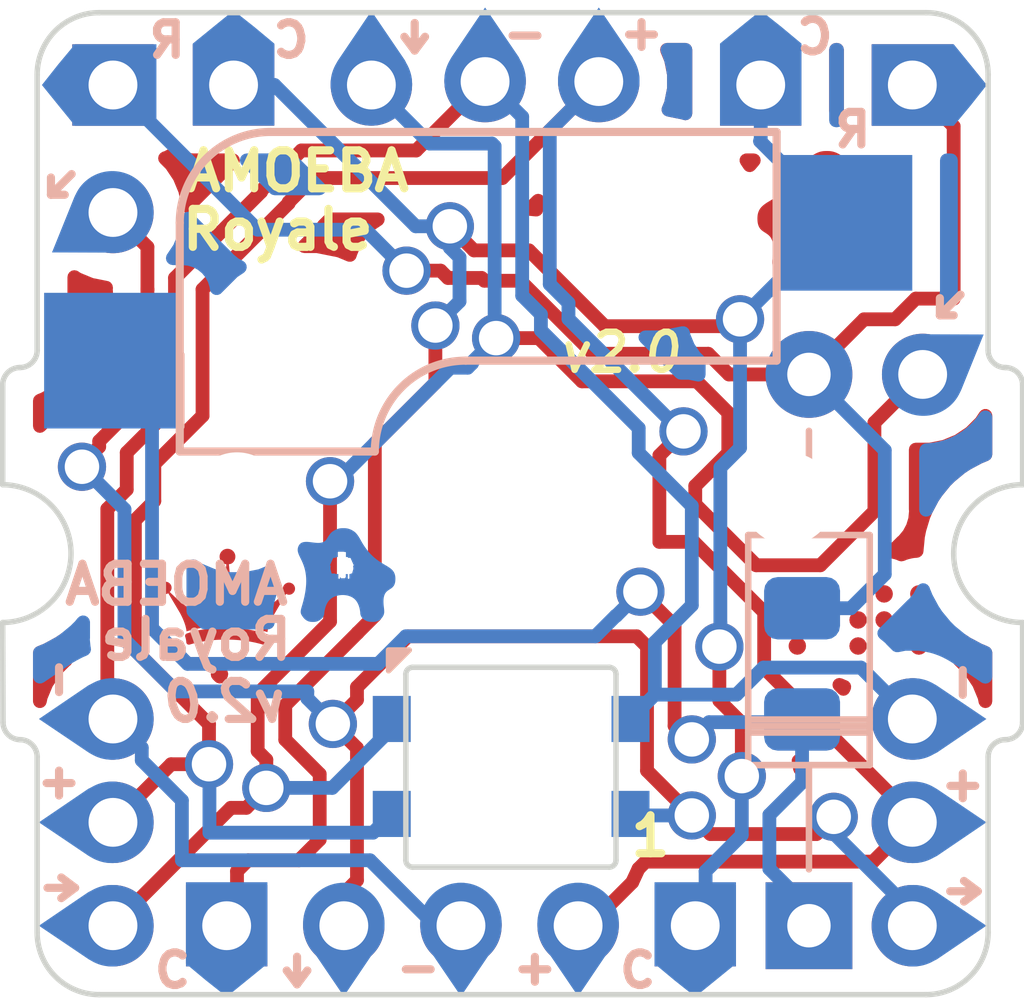
<source format=kicad_pcb>
(kicad_pcb (version 20171130) (host pcbnew "(5.1.12)-1")
  (layers (0 F.Cu signal hide) (31 B.Cu signal hide) (34 B.Paste user hide) (35 F.Paste user hide) (36 B.SilkS user) (37 F.SilkS user) (38 B.Mask user hide) (39 F.Mask user hide) (44 Edge.Cuts user))
  (net 0 "")
  (net 1 /key/SC0)
  (net 2 /key/SR0)
  (net 3 /key/switch/N-SD0)
  (net 4 /DIN)
  (net 5 /VDD)
  (net 6 /VSS)
  (net 7 /DOUT)
  (module kikit:Tab (layer B.Cu) (at 239.268 113.792)
    (fp_text reference REF** hide)
    (fp_text value Tab)
  )
  (module kikit:Tab (layer B.Cu) (at 239.272 109.22)
    (fp_text reference REF** hide)
    (fp_text value Tab)
  )
  (module kikit:Tab (layer B.Cu) (at 258.568 113.792 180)
    (fp_text reference REF** hide)
    (fp_text value Tab)
  )
  (module kikit:Tab (layer B.Cu) (at 258.572 109.22 180)
    (fp_text reference REF** hide)
    (fp_text value Tab)
  )
  (module amoeba-modules:Kailh_MX_Socket (layer B.Cu) (at 248.92 110.49 180)
    (fp_text reference S0 hide)
    (fp_text value MX1A hide)
    (pad "" np_thru_hole circle (at 5.08 0 180) (size 1.7 1.7) (drill 1.7) (layers *.Cu *.Mask))
    (pad "" np_thru_hole circle (at -5.08 0 180) (size 1.7 1.7) (drill 1.7) (layers *.Cu *.Mask))
    (pad 2 smd rect (at -6.09 5.08 180) (size 2.55 2.5) (layers B.Cu B.Paste B.Mask) (net 1 /key/SC0))
    (pad "" np_thru_hole circle (at 3.81 2.54 180) (size 2.95 2.95) (drill 2.95) (layers *.Cu *.Mask))
    (pad "" np_thru_hole circle (at -2.54 5.08 180) (size 2.95 2.95) (drill 2.95) (layers *.Cu *.Mask))
    (pad "" np_thru_hole circle (at 0 0 180) (size 3.98018 3.98018) (drill 3.98018) (layers *.Cu *.Mask))
    (pad 1 smd rect (at 7.36 2.54 180) (size 2.55 2.5) (layers B.Cu B.Paste B.Mask) (net 3 /key/switch/N-SD0))
  )
  (module Diode_SMD:D_0805_2012Metric_Pad1.15x1.40mm_HandSolder (layer B.Cu) (at 254.254 113.538 90)
    (fp_text reference D1 hide)
    (fp_text value DIODE)
    (pad 1 smd roundrect (at -1.025 0 90) (size 1.15 1.4) (layers B.Cu B.Paste B.Mask) (roundrect_rratio 0.217391) (net 3 /key/switch/N-SD0))
    (pad 2 smd roundrect (at 1.025 0 90) (size 1.15 1.4) (layers B.Cu B.Paste B.Mask) (roundrect_rratio 0.217391) (net 2 /key/SR0))
  )
  (module amoeba-modules:LED_SK6812MINI_PLCC4_3.5x3.5mm_P1.75mm_hole (layer B.Cu) (at 248.892 115.429)
    (fp_text reference LED0 hide)
    (fp_text value SK6812MINI)
    (fp_text user 1 (at 2.568 1.284) (layer F.SilkS) (effects (font (size 0.7 0.7))))
    (pad 2 smd rect (at 2.2 -0.875) (size 0.7 0.85) (layers B.Cu B.Paste B.Mask) (net 6 /VSS))
    (pad 1 smd rect (at 2.2 0.875) (size 0.7 0.85) (layers B.Cu B.Paste B.Mask) (net 7 /DOUT))
    (pad 3 smd rect (at -2.2 -0.875) (size 0.7 0.85) (layers B.Cu B.Paste B.Mask) (net 4 /DIN))
    (pad 4 smd rect (at -2.2 0.875) (size 0.7 0.85) (layers B.Cu B.Paste B.Mask) (net 5 /VDD))
  )
  (module mtl-braille (layer F.Cu) (at 255.2065 112.649)
    (fp_text reference mtl-braille hide)
    (fp_text value G*** hide)
    (fp_poly (pts (xy 1.36 0.560002) (xy 1.351843 0.610574) (xy 1.329129 0.654496) (xy 1.294494 0.689131) (xy 1.250572 0.711845) (xy 1.2 0.720003) (xy 1.149428 0.711845) (xy 1.105506 0.689131) (xy 1.070871 0.654496) (xy 1.048156 0.610574) (xy 1.039999 0.560002) (xy 1.048156 0.509429) (xy 1.070871 0.465508) (xy 1.105506 0.430873) (xy 1.149428 0.408159) (xy 1.2 0.400002) (xy 1.250572 0.408159) (xy 1.294494 0.430873) (xy 1.329129 0.465508) (xy 1.351843 0.509429) (xy 1.36 0.560002)) (layer F.Cu) (width 0.00254))
    (fp_poly (pts (xy 1.36 0.080004) (xy 1.351843 0.130576) (xy 1.329129 0.174498) (xy 1.294494 0.209133) (xy 1.250572 0.231847) (xy 1.2 0.240005) (xy 1.149428 0.231847) (xy 1.105506 0.209133) (xy 1.070871 0.174498) (xy 1.048156 0.130576) (xy 1.039999 0.080004) (xy 1.048156 0.029432) (xy 1.070871 -0.01449) (xy 1.105506 -0.049125) (xy 1.149428 -0.071839) (xy 1.2 -0.079996) (xy 1.250572 -0.071839) (xy 1.294494 -0.049125) (xy 1.329129 -0.01449) (xy 1.351843 0.029432) (xy 1.36 0.080004)) (layer F.Cu) (width 0.00254))
    (fp_poly (pts (xy 1.36 -0.399996) (xy 1.351843 -0.349425) (xy 1.329129 -0.305503) (xy 1.294494 -0.270867) (xy 1.250572 -0.248153) (xy 1.2 -0.239996) (xy 1.149428 -0.248153) (xy 1.105506 -0.270867) (xy 1.070871 -0.305503) (xy 1.048156 -0.349425) (xy 1.039999 -0.399996) (xy 1.048156 -0.450569) (xy 1.070871 -0.494491) (xy 1.105506 -0.529126) (xy 1.149428 -0.55184) (xy 1.2 -0.559997) (xy 1.250572 -0.55184) (xy 1.294494 -0.529126) (xy 1.329129 -0.494491) (xy 1.351843 -0.450569) (xy 1.36 -0.399996)) (layer F.Cu) (width 0.00254))
    (fp_poly (pts (xy 0.719999 0.080004) (xy 0.711842 0.130576) (xy 0.689128 0.174498) (xy 0.654493 0.209133) (xy 0.610571 0.231847) (xy 0.559999 0.240005) (xy 0.509427 0.231847) (xy 0.465505 0.209133) (xy 0.43087 0.174498) (xy 0.408155 0.130576) (xy 0.399998 0.080004) (xy 0.408155 0.029432) (xy 0.43087 -0.01449) (xy 0.465505 -0.049125) (xy 0.509427 -0.071839) (xy 0.559999 -0.079996) (xy 0.610571 -0.071839) (xy 0.654493 -0.049125) (xy 0.689128 -0.01449) (xy 0.711842 0.029432) (xy 0.719999 0.080004)) (layer F.Cu) (width 0.00254))
    (fp_poly (pts (xy 0.719999 -0.399996) (xy 0.711842 -0.349425) (xy 0.689128 -0.305503) (xy 0.654493 -0.270867) (xy 0.610571 -0.248153) (xy 0.559999 -0.239996) (xy 0.509427 -0.248153) (xy 0.465505 -0.270867) (xy 0.43087 -0.305503) (xy 0.408155 -0.349425) (xy 0.399998 -0.399996) (xy 0.408155 -0.450569) (xy 0.43087 -0.494491) (xy 0.465505 -0.529126) (xy 0.509427 -0.55184) (xy 0.559999 -0.559997) (xy 0.610571 -0.55184) (xy 0.654493 -0.529126) (xy 0.689128 -0.494491) (xy 0.711842 -0.450569) (xy 0.719999 -0.399996)) (layer F.Cu) (width 0.00254))
    (fp_poly (pts (xy 0.239998 0.560002) (xy 0.231841 0.610574) (xy 0.209128 0.654496) (xy 0.174492 0.689131) (xy 0.130571 0.711845) (xy 0.079998 0.720003) (xy 0.029426 0.711845) (xy -0.014495 0.689131) (xy -0.049131 0.654496) (xy -0.071845 0.610574) (xy -0.080002 0.560002) (xy -0.071845 0.509429) (xy -0.049131 0.465508) (xy -0.014495 0.430873) (xy 0.029426 0.408159) (xy 0.079998 0.400002) (xy 0.130571 0.408159) (xy 0.174492 0.430873) (xy 0.209128 0.465508) (xy 0.231841 0.509429) (xy 0.239998 0.560002)) (layer F.Cu) (width 0.00254))
    (fp_poly (pts (xy 0.239998 0.080004) (xy 0.231841 0.130576) (xy 0.209128 0.174498) (xy 0.174492 0.209133) (xy 0.130571 0.231847) (xy 0.079998 0.240005) (xy 0.029426 0.231847) (xy -0.014495 0.209133) (xy -0.049131 0.174498) (xy -0.071845 0.130576) (xy -0.080002 0.080004) (xy -0.071845 0.029432) (xy -0.049131 -0.01449) (xy -0.014495 -0.049125) (xy 0.029426 -0.071839) (xy 0.079998 -0.079996) (xy 0.130571 -0.071839) (xy 0.174492 -0.049125) (xy 0.209128 -0.01449) (xy 0.231841 0.029432) (xy 0.239998 0.080004)) (layer F.Cu) (width 0.00254))
    (fp_poly (pts (xy -0.400003 -0.399996) (xy -0.40816 -0.349425) (xy -0.430874 -0.305503) (xy -0.465509 -0.270867) (xy -0.50943 -0.248153) (xy -0.560003 -0.239996) (xy -0.610575 -0.248153) (xy -0.654496 -0.270867) (xy -0.689132 -0.305503) (xy -0.711846 -0.349425) (xy -0.720003 -0.399996) (xy -0.711846 -0.450569) (xy -0.689132 -0.494491) (xy -0.654496 -0.529126) (xy -0.610575 -0.55184) (xy -0.560003 -0.559997) (xy -0.50943 -0.55184) (xy -0.465509 -0.529126) (xy -0.430874 -0.494491) (xy -0.40816 -0.450569) (xy -0.400003 -0.399996)) (layer F.Cu) (width 0.00254))
    (fp_poly (pts (xy -0.88 0.560002) (xy -0.888157 0.610574) (xy -0.910871 0.654496) (xy -0.945507 0.689131) (xy -0.989428 0.711845) (xy -1.04 0.720003) (xy -1.090573 0.711845) (xy -1.134494 0.689131) (xy -1.16913 0.654496) (xy -1.191844 0.610574) (xy -1.2 0.560002) (xy -1.191844 0.509429) (xy -1.16913 0.465508) (xy -1.134494 0.430873) (xy -1.090573 0.408159) (xy -1.04 0.400002) (xy -0.989428 0.408159) (xy -0.945507 0.430873) (xy -0.910871 0.465508) (xy -0.888157 0.509429) (xy -0.88 0.560002)) (layer F.Cu) (width 0.00254))
    (fp_poly (pts (xy -0.88 -0.399996) (xy -0.888157 -0.349425) (xy -0.910871 -0.305503) (xy -0.945507 -0.270867) (xy -0.989428 -0.248153) (xy -1.04 -0.239996) (xy -1.090573 -0.248153) (xy -1.134494 -0.270867) (xy -1.16913 -0.305503) (xy -1.191844 -0.349425) (xy -1.2 -0.399996) (xy -1.191844 -0.450569) (xy -1.16913 -0.494491) (xy -1.134494 -0.529126) (xy -1.090573 -0.55184) (xy -1.04 -0.559997) (xy -0.989428 -0.55184) (xy -0.945507 -0.529126) (xy -0.910871 -0.494491) (xy -0.888157 -0.450569) (xy -0.88 -0.399996)) (layer F.Cu) (width 0.00254))
  )
  (module amoeba-modules:pad-arrow-round.34b (layer B.Cu) (at 241.427 105.156 180)
    (fp_text reference pad-arrow-round.34b hide)
    (fp_text value G*** hide)
    (fp_poly (pts (xy 0.304306 0.571669) (xy 0.262534 0.597923) (xy 0.219725 0.62111) (xy 0.176016 0.641258) (xy 0.131544 0.658393) (xy 0.086445 0.672542) (xy 0.040856 0.683731) (xy -0.005085 0.691987) (xy -0.051242 0.697337) (xy -0.097479 0.699807) (xy -0.143658 0.699424) (xy -0.189642 0.696215) (xy -0.235295 0.690205) (xy -0.28048 0.681422) (xy -0.32506 0.669892) (xy -0.368899 0.655642) (xy -0.411858 0.638698) (xy -0.453803 0.619087) (xy -0.494595 0.596836) (xy -0.534098 0.571971) (xy -0.572175 0.544519) (xy -0.60869 0.514506) (xy -0.643505 0.481959) (xy -0.676484 0.446904) (xy -0.707489 0.409369) (xy -0.736385 0.369379) (xy -0.762638 0.327607) (xy -0.785826 0.284799) (xy -0.805973 0.24109) (xy -0.823108 0.196617) (xy -0.837257 0.151519) (xy -0.848447 0.10593) (xy -0.856703 0.059989) (xy -0.862053 0.013832) (xy -0.864523 -0.032405) (xy -0.86414 -0.078584) (xy -0.86093 -0.124568) (xy -0.854921 -0.170221) (xy -0.846138 -0.215406) (xy -0.834608 -0.259986) (xy -0.820358 -0.303825) (xy -0.803414 -0.346785) (xy -0.783803 -0.388729) (xy -0.761552 -0.429521) (xy -0.736687 -0.469024) (xy -0.709234 -0.507102) (xy -0.679221 -0.543616) (xy -0.646675 -0.578431) (xy -0.61162 -0.61141) (xy -0.574085 -0.642416) (xy -0.534095 -0.671311) (xy -0.490184 -0.698722) (xy -0.445215 -0.722553) (xy -0.399318 -0.742899) (xy -0.352624 -0.759854) (xy -0.305266 -0.773511) (xy -0.257374 -0.783965) (xy -0.209079 -0.791309) (xy -0.160513 -0.795638) (xy -0.101848 -0.803295) (xy 0.996476 -0.79945) (xy 0.586134 0.216682) (xy 0.572169 0.246748) (xy 0.559525 0.271863) (xy 0.537374 0.315581) (xy 0.512575 0.357702) (xy 0.485059 0.398134) (xy 0.454757 0.436781) (xy 0.421599 0.473552) (xy 0.385517 0.508352) (xy 0.346442 0.541089) (xy 0.304305 0.571669) (xy 0.304306 0.571669)) (layer B.Cu) (width 0))
  )
  (module amoeba-modules:pad-arrow-round.34b (layer B.Cu) (at 256.6035 108.2675)
    (fp_text reference pad-arrow-round.34b hide)
    (fp_text value G*** hide)
    (fp_poly (pts (xy 0.304306 0.571669) (xy 0.262534 0.597923) (xy 0.219725 0.62111) (xy 0.176016 0.641258) (xy 0.131544 0.658393) (xy 0.086445 0.672542) (xy 0.040856 0.683731) (xy -0.005085 0.691987) (xy -0.051242 0.697337) (xy -0.097479 0.699807) (xy -0.143658 0.699424) (xy -0.189642 0.696215) (xy -0.235295 0.690205) (xy -0.28048 0.681422) (xy -0.32506 0.669892) (xy -0.368899 0.655642) (xy -0.411858 0.638698) (xy -0.453803 0.619087) (xy -0.494595 0.596836) (xy -0.534098 0.571971) (xy -0.572175 0.544519) (xy -0.60869 0.514506) (xy -0.643505 0.481959) (xy -0.676484 0.446904) (xy -0.707489 0.409369) (xy -0.736385 0.369379) (xy -0.762638 0.327607) (xy -0.785826 0.284799) (xy -0.805973 0.24109) (xy -0.823108 0.196617) (xy -0.837257 0.151519) (xy -0.848447 0.10593) (xy -0.856703 0.059989) (xy -0.862053 0.013832) (xy -0.864523 -0.032405) (xy -0.86414 -0.078584) (xy -0.86093 -0.124568) (xy -0.854921 -0.170221) (xy -0.846138 -0.215406) (xy -0.834608 -0.259986) (xy -0.820358 -0.303825) (xy -0.803414 -0.346785) (xy -0.783803 -0.388729) (xy -0.761552 -0.429521) (xy -0.736687 -0.469024) (xy -0.709234 -0.507102) (xy -0.679221 -0.543616) (xy -0.646675 -0.578431) (xy -0.61162 -0.61141) (xy -0.574085 -0.642416) (xy -0.534095 -0.671311) (xy -0.490184 -0.698722) (xy -0.445215 -0.722553) (xy -0.399318 -0.742899) (xy -0.352624 -0.759854) (xy -0.305266 -0.773511) (xy -0.257374 -0.783965) (xy -0.209079 -0.791309) (xy -0.160513 -0.795638) (xy -0.101848 -0.803295) (xy 0.996476 -0.79945) (xy 0.586134 0.216682) (xy 0.572169 0.246748) (xy 0.559525 0.271863) (xy 0.537374 0.315581) (xy 0.512575 0.357702) (xy 0.485059 0.398134) (xy 0.454757 0.436781) (xy 0.421599 0.473552) (xy 0.385517 0.508352) (xy 0.346442 0.541089) (xy 0.304305 0.571669) (xy 0.304306 0.571669)) (layer B.Cu) (width 0))
  )
  (module pad-arrow-square (layer B.Cu) (at 243.6495 118.618 270)
    (fp_text reference pad-arrow-square hide)
    (fp_text value G*** hide)
    (fp_poly (pts (xy -1.053924 -0.749653) (xy -1.053924 0.749653) (xy 0.445382 0.749653) (xy 0.754063 0.379236) (xy 1.053924 0) (xy 0.754063 -0.370417) (xy 0.445382 -0.749653) (xy -1.053924 -0.749653)) (layer B.Cu) (width 0.00254))
  )
  (module pad-arrow-square (layer B.Cu) (at 243.7765 102.5525 90)
    (fp_text reference pad-arrow-square hide)
    (fp_text value G*** hide)
    (fp_poly (pts (xy -1.053924 -0.749653) (xy -1.053924 0.749653) (xy 0.445382 0.749653) (xy 0.754063 0.379236) (xy 1.053924 0) (xy 0.754063 -0.370417) (xy 0.445382 -0.749653) (xy -1.053924 -0.749653)) (layer B.Cu) (width 0.00254))
  )
  (module amoeba-modules:SolderWirePad_1x01_Drill0.9mm_square (layer F.Cu) (at 243.6495 118.364)
    (fp_text reference SC1:0 hide)
    (fp_text value Conn_01x01)
    (pad 1 thru_hole rect (at 0 0) (size 1.5 1.5) (drill 0.9) (layers *.Cu *.Mask) (net 1 /key/SC0))
  )
  (module amoeba-modules:SolderWirePad_1x01_Drill0.9mm_square (layer F.Cu) (at 243.7765 102.87)
    (fp_text reference SC0:1 hide)
    (fp_text value Conn_01x01)
    (pad 1 thru_hole rect (at 0 0) (size 1.5 1.5) (drill 0.9) (layers *.Cu *.Mask) (net 1 /key/SC0))
  )
  (module amoeba-modules:amoeba-logo-small (layer B.Cu) (at 245.8085 111.887 180)
    (fp_text reference Amoeba-Logo-Small hide)
    (fp_text value G*** hide)
    (fp_poly (pts (xy -0.010752 0.84981) (xy 0.00619 0.41515) (xy 0.104339 0.41515) (xy 0.110518 0.406913) (xy 0.109827 0.317001) (xy 0.144146 0.317001) (xy 0.148951 0.303273) (xy 0.188757 0.302587) (xy 0.194249 0.299328) (xy 0.198368 0.293664) (xy 0.255334 0.163942) (xy 0.241604 0.158454) (xy 0.242294 0.136489) (xy 0.245728 0.137175) (xy 0.245728 0.095306) (xy 0.224449 0.013631) (xy 0.158756 0.013631) (xy 0.158756 0.004708) (xy 0.100418 0.004708) (xy 0.100418 -0.074223) (xy 0.08669 -0.087948) (xy 0.071593 -0.074223) (xy 0.072284 -0.045397) (xy 0.051691 -0.073536) (xy -0.021748 -0.073536) (xy -0.03685 -0.046083) (xy -0.03616 0.004022) (xy -0.073222 0.004022) (xy -0.072531 -0.074909) (xy -0.087633 -0.088634) (xy -0.103416 -0.074909) (xy -0.103416 0.004708) (xy -0.127439 0.004708) (xy -0.127439 0.015003) (xy -0.151463 0.013631) (xy -0.175483 0.095996) (xy -0.174792 0.135117) (xy -0.171361 0.135803) (xy -0.172052 0.158454) (xy -0.177545 0.158454) (xy -0.184405 0.163257) (xy -0.124695 0.297781) (xy -0.121433 0.301043) (xy -0.117144 0.302586) (xy -0.07871 0.302586) (xy -0.071845 0.317687) (xy -0.038919 0.317687) (xy -0.038919 0.407599) (xy 0.00619 0.41515) (xy -0.010752 0.84981) (xy -0.031108 0.849038) (xy -0.051396 0.846721) (xy -0.071615 0.842859) (xy -0.091766 0.837452) (xy -0.111848 0.8305) (xy -0.131861 0.822004) (xy -0.151806 0.811963) (xy -0.171682 0.800378) (xy -0.191489 0.787247) (xy -0.20892 0.773282) (xy -0.22555 0.756864) (xy -0.241269 0.738675) (xy -0.255969 0.719397) (xy -0.269538 0.699712) (xy -0.281869 0.680301) (xy -0.292851 0.661846) (xy -0.302375 0.645027) (xy -0.310331 0.630527) (xy -0.316611 0.619028) (xy -0.333178 0.58985) (xy -0.349831 0.56202) (xy -0.366554 0.535495) (xy -0.383332 0.510233) (xy -0.400149 0.486189) (xy -0.41699 0.463321) (xy -0.43384 0.441586) (xy -0.450683 0.42094) (xy -0.467503 0.401341) (xy -0.484285 0.382745) (xy -0.501014 0.36511) (xy -0.517674 0.348391) (xy -0.534249 0.332546) (xy -0.550725 0.317532) (xy -0.567086 0.303306) (xy -0.583316 0.289824) (xy -0.599399 0.277044) (xy -0.615321 0.264922) (xy -0.631066 0.253415) (xy -0.646618 0.24248) (xy -0.661963 0.232074) (xy -0.677084 0.222154) (xy -0.691965 0.212676) (xy -0.706593 0.203598) (xy -0.72095 0.194877) (xy -0.735023 0.186468) (xy -0.748794 0.17833) (xy -0.762249 0.170418) (xy -0.775373 0.162691) (xy -0.788149 0.155104) (xy -0.800562 0.147615) (xy -0.812598 0.14018) (xy -0.82424 0.132757) (xy -0.835473 0.125302) (xy -0.846281 0.117772) (xy -0.856649 0.110124) (xy -0.866562 0.102315) (xy -0.876004 0.094301) (xy -0.88496 0.08604) (xy -0.893414 0.077489) (xy -0.90135 0.068604) (xy -0.908754 0.059342) (xy -0.91561 0.04966) (xy -0.921902 0.039515) (xy -0.927615 0.028864) (xy -0.932733 0.017664) (xy -0.937241 0.005871) (xy -0.941124 -0.006557) (xy -0.944366 -0.019665) (xy -0.946951 -0.033494) (xy -0.948864 -0.048087) (xy -0.95009 -0.063489) (xy -0.950613 -0.079743) (xy -0.950412 -0.098682) (xy -0.949442 -0.116228) (xy -0.947743 -0.132455) (xy -0.945354 -0.147437) (xy -0.942314 -0.161248) (xy -0.938662 -0.173963) (xy -0.934438 -0.185654) (xy -0.929681 -0.196397) (xy -0.92443 -0.206266) (xy -0.918725 -0.215334) (xy -0.912605 -0.223676) (xy -0.906109 -0.231365) (xy -0.899276 -0.238477) (xy -0.892145 -0.245085) (xy -0.884757 -0.251264) (xy -0.87715 -0.257086) (xy -0.869363 -0.262627) (xy -0.861436 -0.267961) (xy -0.853408 -0.273162) (xy -0.845318 -0.278303) (xy -0.837205 -0.283459) (xy -0.82911 -0.288705) (xy -0.82107 -0.294113) (xy -0.813126 -0.299759) (xy -0.805316 -0.305717) (xy -0.79768 -0.31206) (xy -0.790258 -0.318862) (xy -0.783087 -0.326199) (xy -0.776209 -0.334143) (xy -0.769661 -0.34277) (xy -0.763484 -0.352153) (xy -0.757716 -0.362366) (xy -0.752397 -0.373483) (xy -0.747566 -0.385579) (xy -0.743262 -0.398728) (xy -0.739525 -0.413003) (xy -0.736393 -0.428479) (xy -0.733907 -0.445231) (xy -0.732105 -0.463331) (xy -0.731027 -0.482855) (xy -0.730711 -0.503876) (xy -0.731198 -0.526468) (xy -0.732527 -0.550707) (xy -0.734736 -0.576664) (xy -0.737865 -0.604416) (xy -0.741201 -0.632145) (xy -0.743628 -0.656922) (xy -0.744846 -0.679275) (xy -0.744558 -0.699733) (xy -0.742465 -0.718824) (xy -0.738267 -0.737078) (xy -0.731666 -0.755023) (xy -0.722364 -0.773188) (xy -0.710061 -0.792102) (xy -0.695935 -0.810192) (xy -0.680745 -0.826155) (xy -0.664491 -0.839989) (xy -0.647172 -0.851695) (xy -0.62879 -0.861272) (xy -0.609343 -0.868722) (xy -0.588832 -0.874042) (xy -0.567257 -0.877235) (xy -0.544618 -0.878299) (xy -0.514031 -0.878299) (xy -0.491787 -0.877448) (xy -0.470337 -0.874895) (xy -0.449682 -0.870639) (xy -0.429821 -0.864681) (xy -0.410755 -0.85702) (xy -0.392483 -0.847657) (xy -0.375005 -0.836592) (xy -0.356815 -0.822843) (xy -0.341175 -0.80755) (xy -0.328083 -0.790711) (xy -0.31754 -0.772328) (xy -0.309546 -0.752401) (xy -0.304101 -0.730928) (xy -0.304045 -0.728497) (xy -0.30375 -0.72154) (xy -0.30302 -0.710564) (xy -0.301663 -0.696075) (xy -0.299484 -0.678579) (xy -0.29629 -0.658584) (xy -0.291887 -0.636595) (xy -0.286082 -0.613118) (xy -0.278679 -0.58866) (xy -0.269486 -0.563727) (xy -0.25831 -0.538826) (xy -0.244955 -0.514463) (xy -0.229228 -0.491143) (xy -0.210937 -0.469375) (xy -0.189885 -0.449663) (xy -0.173204 -0.437096) (xy -0.155374 -0.425839) (xy -0.136514 -0.415887) (xy -0.116746 -0.407234) (xy -0.09619 -0.399876) (xy -0.074964 -0.393806) (xy -0.05319 -0.389019) (xy -0.030986 -0.385509) (xy -0.008475 -0.383271) (xy 0.014226 -0.3823) (xy 0.036996 -0.38259) (xy 0.059714 -0.384135) (xy 0.08226 -0.38693) (xy 0.104516 -0.390969) (xy 0.12636 -0.396247) (xy 0.147673 -0.402758) (xy 0.168334 -0.410497) (xy 0.188224 -0.419459) (xy 0.207223 -0.429637) (xy 0.22521 -0.441026) (xy 0.242066 -0.453621) (xy 0.26341 -0.473301) (xy 0.282062 -0.495052) (xy 0.298202 -0.518366) (xy 0.312013 -0.542736) (xy 0.323674 -0.567652) (xy 0.333366 -0.592607) (xy 0.341271 -0.617092) (xy 0.347568 -0.640601) (xy 0.352439 -0.662623) (xy 0.356065 -0.682651) (xy 0.358626 -0.700178) (xy 0.360303 -0.714694) (xy 0.361277 -0.725692) (xy 0.361729 -0.732663) (xy 0.361839 -0.7351) (xy 0.366899 -0.754912) (xy 0.374661 -0.773565) (xy 0.385127 -0.791059) (xy 0.398296 -0.807395) (xy 0.414168 -0.822572) (xy 0.432744 -0.836591) (xy 0.451551 -0.849335) (xy 0.470899 -0.859762) (xy 0.490788 -0.867872) (xy 0.511217 -0.873664) (xy 0.532187 -0.87714) (xy 0.553697 -0.878299) (xy 0.584284 -0.878299) (xy 0.606683 -0.8772) (xy 0.628155 -0.873905) (xy 0.6487 -0.868412) (xy 0.668318 -0.860723) (xy 0.68701 -0.850836) (xy 0.704774 -0.838753) (xy 0.721612 -0.824473) (xy 0.737523 -0.807996) (xy 0.752507 -0.789322) (xy 0.765183 -0.771307) (xy 0.775883 -0.754925) (xy 0.784393 -0.739205) (xy 0.790499 -0.723176) (xy 0.79399 -0.705867) (xy 0.794652 -0.686308) (xy 0.792271 -0.663526) (xy 0.786635 -0.636553) (xy 0.777531 -0.604416) (xy 0.766001 -0.566339) (xy 0.755432 -0.529323) (xy 0.745798 -0.493347) (xy 0.737071 -0.45839) (xy 0.729223 -0.424434) (xy 0.722226 -0.391458) (xy 0.716055 -0.359442) (xy 0.71068 -0.328366) (xy 0.706074 -0.298212) (xy 0.70221 -0.268957) (xy 0.69906 -0.240584) (xy 0.696597 -0.213071) (xy 0.694793 -0.1864) (xy 0.69362 -0.160549) (xy 0.693052 -0.1355) (xy 0.693061 -0.111231) (xy 0.693618 -0.087725) (xy 0.694697 -0.064959) (xy 0.69627 -0.042915) (xy 0.698309 -0.021573) (xy 0.700788 -0.000913) (xy 0.703678 0.019086) (xy 0.706951 0.038442) (xy 0.710582 0.057176) (xy 0.714541 0.075309) (xy 0.718801 0.092858) (xy 0.723335 0.109846) (xy 0.728116 0.126291) (xy 0.733115 0.142213) (xy 0.738306 0.157633) (xy 0.74366 0.17257) (xy 0.74915 0.187044) (xy 0.754749 0.201074) (xy 0.760429 0.214682) (xy 0.766163 0.227887) (xy 0.771923 0.240708) (xy 0.777682 0.253166) (xy 0.783411 0.26528) (xy 0.789085 0.27707) (xy 0.794674 0.288557) (xy 0.800151 0.29976) (xy 0.80549 0.310699) (xy 0.810662 0.321393) (xy 0.815639 0.331864) (xy 0.820396 0.342131) (xy 0.824903 0.352213) (xy 0.829133 0.36213) (xy 0.833059 0.371903) (xy 0.836654 0.381551) (xy 0.839889 0.391095) (xy 0.842738 0.400553) (xy 0.845172 0.409947) (xy 0.847164 0.419295) (xy 0.848687 0.428618) (xy 0.849713 0.437936) (xy 0.850215 0.447268) (xy 0.850165 0.456635) (xy 0.849535 0.466057) (xy 0.848299 0.475552) (xy 0.846427 0.485142) (xy 0.843894 0.494846) (xy 0.840672 0.504683) (xy 0.833347 0.522158) (xy 0.824854 0.537428) (xy 0.815258 0.550622) (xy 0.804623 0.56187) (xy 0.793014 0.571301) (xy 0.780494 0.579045) (xy 0.767129 0.585233) (xy 0.752984 0.589994) (xy 0.738121 0.593456) (xy 0.722607 0.595752) (xy 0.706505 0.597009) (xy 0.689879 0.597357) (xy 0.672795 0.596927) (xy 0.655317 0.595849) (xy 0.637508 0.59425) (xy 0.619435 0.592263) (xy 0.60116 0.590016) (xy 0.582749 0.587638) (xy 0.564266 0.585261) (xy 0.545775 0.583013) (xy 0.527341 0.581024) (xy 0.509029 0.579424) (xy 0.490902 0.578342) (xy 0.473026 0.577909) (xy 0.455464 0.578253) (xy 0.438282 0.579506) (xy 0.421543 0.581796) (xy 0.405312 0.585253) (xy 0.389654 0.590007) (xy 0.374633 0.596188) (xy 0.360313 0.603925) (xy 0.346759 0.613348) (xy 0.334036 0.624587) (xy 0.325065 0.635372) (xy 0.314923 0.650385) (xy 0.303585 0.668594) (xy 0.291022 0.688969) (xy 0.277208 0.710478) (xy 0.262117 0.732091) (xy 0.245722 0.752778) (xy 0.227995 0.771507) (xy 0.20891 0.787247) (xy 0.188828 0.800378) (xy 0.168747 0.811963) (xy 0.148665 0.822004) (xy 0.128584 0.8305) (xy 0.108502 0.837452) (xy 0.088421 0.842859) (xy 0.06834 0.846721) (xy 0.048258 0.849038) (xy 0.028176 0.84981) (xy -0.010752 0.84981)) (layer B.Cu) (width 0))
  )
  (module amoeba-modules:amoeba-logo (layer F.Cu) (at 254.6985 105.2195)
    (fp_text reference Amoeba-Logo hide)
    (fp_text value G*** hide)
    (fp_poly (pts (xy -0.014336 -1.13308) (xy 0.008254 -0.553533) (xy 0.139118 -0.553533) (xy 0.147357 -0.542551) (xy 0.146436 -0.422669) (xy 0.192194 -0.422669) (xy 0.198601 -0.404364) (xy 0.251677 -0.403449) (xy 0.258998 -0.399104) (xy 0.264491 -0.391552) (xy 0.340445 -0.21859) (xy 0.322138 -0.211272) (xy 0.323059 -0.181985) (xy 0.327637 -0.182899) (xy 0.327637 -0.127075) (xy 0.299266 -0.018174) (xy 0.211675 -0.018174) (xy 0.211675 -0.006278) (xy 0.133891 -0.006278) (xy 0.133891 0.098963) (xy 0.115587 0.117263) (xy 0.095457 0.098963) (xy 0.096378 0.060529) (xy 0.068921 0.098049) (xy -0.028998 0.098049) (xy -0.049133 0.061444) (xy -0.048213 -0.005363) (xy -0.097629 -0.005363) (xy -0.096709 0.099878) (xy -0.116844 0.118178) (xy -0.137888 0.099878) (xy -0.137888 -0.006278) (xy -0.169919 -0.006278) (xy -0.169919 -0.020004) (xy -0.201951 -0.018175) (xy -0.233977 -0.127995) (xy -0.233056 -0.180156) (xy -0.228481 -0.18107) (xy -0.229402 -0.211272) (xy -0.236727 -0.211272) (xy -0.245874 -0.217676) (xy -0.16626 -0.397041) (xy -0.161911 -0.401391) (xy -0.156193 -0.403449) (xy -0.104946 -0.403449) (xy -0.095793 -0.423583) (xy -0.051892 -0.423583) (xy -0.051892 -0.543465) (xy 0.008254 -0.553533) (xy -0.014336 -1.13308) (xy -0.041478 -1.13205) (xy -0.068528 -1.128961) (xy -0.095487 -1.123811) (xy -0.122354 -1.116602) (xy -0.14913 -1.107334) (xy -0.175815 -1.096006) (xy -0.202408 -1.082618) (xy -0.228909 -1.06717) (xy -0.255318 -1.049663) (xy -0.27856 -1.031042) (xy -0.300733 -1.009152) (xy -0.321693 -0.9849) (xy -0.341291 -0.959197) (xy -0.359384 -0.93295) (xy -0.375825 -0.907068) (xy -0.390467 -0.882461) (xy -0.403166 -0.860036) (xy -0.413775 -0.840703) (xy -0.422148 -0.82537) (xy -0.444237 -0.786466) (xy -0.466441 -0.74936) (xy -0.488739 -0.713993) (xy -0.511109 -0.68031) (xy -0.533532 -0.648252) (xy -0.555987 -0.617761) (xy -0.578453 -0.588781) (xy -0.60091 -0.561254) (xy -0.623337 -0.535122) (xy -0.645713 -0.510327) (xy -0.668018 -0.486813) (xy -0.690232 -0.464521) (xy -0.712332 -0.443395) (xy -0.7343 -0.423377) (xy -0.756114 -0.404408) (xy -0.777754 -0.386433) (xy -0.799199 -0.369392) (xy -0.820428 -0.353229) (xy -0.841421 -0.337887) (xy -0.862158 -0.323307) (xy -0.882617 -0.309432) (xy -0.902778 -0.296205) (xy -0.922621 -0.283569) (xy -0.942124 -0.271464) (xy -0.961267 -0.259836) (xy -0.98003 -0.248624) (xy -0.998392 -0.237773) (xy -1.016332 -0.227225) (xy -1.03383 -0.216921) (xy -1.050865 -0.206806) (xy -1.067416 -0.19682) (xy -1.083464 -0.186907) (xy -1.098986 -0.17701) (xy -1.113963 -0.167069) (xy -1.128374 -0.157029) (xy -1.142199 -0.146832) (xy -1.155416 -0.13642) (xy -1.168006 -0.125735) (xy -1.179946 -0.114721) (xy -1.191218 -0.103319) (xy -1.2018 -0.091472) (xy -1.211672 -0.079123) (xy -1.220813 -0.066214) (xy -1.229202 -0.052687) (xy -1.23682 -0.038486) (xy -1.243644 -0.023552) (xy -1.249655 -0.007828) (xy -1.254832 0.008743) (xy -1.259154 0.026219) (xy -1.262601 0.044658) (xy -1.265152 0.064117) (xy -1.266787 0.084653) (xy -1.267484 0.106324) (xy -1.267216 0.131576) (xy -1.265923 0.154971) (xy -1.263657 0.176607) (xy -1.260472 0.196583) (xy -1.256418 0.214998) (xy -1.251549 0.23195) (xy -1.245917 0.247539) (xy -1.239575 0.261863) (xy -1.232574 0.275021) (xy -1.224967 0.287112) (xy -1.216807 0.298234) (xy -1.208145 0.308487) (xy -1.199034 0.31797) (xy -1.189527 0.32678) (xy -1.179676 0.335018) (xy -1.169533 0.342782) (xy -1.159151 0.35017) (xy -1.148581 0.357281) (xy -1.137877 0.364215) (xy -1.12709 0.371071) (xy -1.116274 0.377946) (xy -1.105479 0.38494) (xy -1.09476 0.392151) (xy -1.084168 0.399679) (xy -1.073755 0.407622) (xy -1.063574 0.41608) (xy -1.053677 0.42515) (xy -1.044116 0.434932) (xy -1.034945 0.445525) (xy -1.026215 0.457027) (xy -1.017978 0.469537) (xy -1.010288 0.483154) (xy -1.003196 0.497978) (xy -0.996754 0.514105) (xy -0.991016 0.531637) (xy -0.986033 0.550671) (xy -0.981858 0.571306) (xy -0.978542 0.593641) (xy -0.97614 0.617775) (xy -0.974702 0.643806) (xy -0.974282 0.671834) (xy -0.974931 0.701958) (xy -0.976702 0.734275) (xy -0.979648 0.768886) (xy -0.98382 0.805888) (xy -0.988268 0.84286) (xy -0.991504 0.875896) (xy -0.993128 0.9057) (xy -0.992744 0.932977) (xy -0.989953 0.958432) (xy -0.984356 0.982771) (xy -0.975555 1.006698) (xy -0.963152 1.030918) (xy -0.946748 1.056135) (xy -0.927914 1.080256) (xy -0.90766 1.10154) (xy -0.885988 1.119985) (xy -0.862896 1.135593) (xy -0.838386 1.148363) (xy -0.812457 1.158295) (xy -0.785109 1.16539) (xy -0.756342 1.169647) (xy -0.726157 1.171066) (xy -0.685375 1.171066) (xy -0.655716 1.169931) (xy -0.627116 1.166526) (xy -0.599576 1.160852) (xy -0.573095 1.152907) (xy -0.547673 1.142693) (xy -0.52331 1.13021) (xy -0.500007 1.115456) (xy -0.475754 1.097125) (xy -0.4549 1.076733) (xy -0.437444 1.054282) (xy -0.423387 1.029771) (xy -0.412728 1.003201) (xy -0.405468 0.974571) (xy -0.405394 0.971329) (xy -0.404999 0.962053) (xy -0.404027 0.947418) (xy -0.402217 0.9281) (xy -0.399312 0.904773) (xy -0.395054 0.878112) (xy -0.389183 0.848793) (xy -0.381442 0.81749) (xy -0.371572 0.78488) (xy -0.359315 0.751636) (xy -0.344413 0.718435) (xy -0.326607 0.68595) (xy -0.305638 0.654858) (xy -0.281249 0.625833) (xy -0.253181 0.599551) (xy -0.230939 0.582794) (xy -0.207165 0.567785) (xy -0.182019 0.554515) (xy -0.155662 0.542979) (xy -0.128253 0.533168) (xy -0.099952 0.525074) (xy -0.070919 0.518691) (xy -0.041315 0.514012) (xy -0.011299 0.511028) (xy 0.018968 0.509733) (xy 0.049327 0.51012) (xy 0.079618 0.51218) (xy 0.109681 0.515906) (xy 0.139354 0.521292) (xy 0.16848 0.528329) (xy 0.196897 0.537011) (xy 0.224445 0.54733) (xy 0.250966 0.559278) (xy 0.276297 0.572849) (xy 0.30028 0.588035) (xy 0.322754 0.604828) (xy 0.351213 0.631068) (xy 0.376082 0.660069) (xy 0.397603 0.691155) (xy 0.416017 0.723647) (xy 0.431565 0.756869) (xy 0.444488 0.790142) (xy 0.455028 0.82279) (xy 0.463424 0.854134) (xy 0.469919 0.883497) (xy 0.474753 0.910202) (xy 0.478168 0.93357) (xy 0.480404 0.952925) (xy 0.481703 0.967589) (xy 0.482305 0.976884) (xy 0.482452 0.980133) (xy 0.489198 1.006549) (xy 0.499548 1.031419) (xy 0.513502 1.054746) (xy 0.531061 1.076527) (xy 0.552224 1.096763) (xy 0.576992 1.115455) (xy 0.602068 1.132447) (xy 0.627866 1.146349) (xy 0.654384 1.157162) (xy 0.681622 1.164886) (xy 0.709582 1.16952) (xy 0.738263 1.171065) (xy 0.779045 1.171065) (xy 0.80891 1.1696) (xy 0.83754 1.165206) (xy 0.864933 1.157883) (xy 0.891091 1.14763) (xy 0.916013 1.134449) (xy 0.939699 1.118338) (xy 0.962149 1.099297) (xy 0.983364 1.077328) (xy 1.003343 1.052429) (xy 1.020244 1.028409) (xy 1.03451 1.006566) (xy 1.045857 0.985606) (xy 1.053999 0.964234) (xy 1.058653 0.941156) (xy 1.059536 0.915077) (xy 1.056362 0.884702) (xy 1.048847 0.848737) (xy 1.036708 0.805887) (xy 1.021334 0.755119) (xy 1.007243 0.705764) (xy 0.994397 0.657795) (xy 0.982761 0.611187) (xy 0.972297 0.565912) (xy 0.962969 0.521944) (xy 0.95474 0.479256) (xy 0.947573 0.437822) (xy 0.941432 0.397616) (xy 0.93628 0.35861) (xy 0.93208 0.320779) (xy 0.928796 0.284095) (xy 0.92639 0.248533) (xy 0.924827 0.214065) (xy 0.92407 0.180666) (xy 0.924081 0.148309) (xy 0.924824 0.116966) (xy 0.926263 0.086612) (xy 0.92836 0.05722) (xy 0.931079 0.028764) (xy 0.934384 0.001217) (xy 0.938237 -0.025447) (xy 0.942602 -0.051256) (xy 0.947442 -0.076235) (xy 0.952721 -0.100411) (xy 0.958401 -0.123811) (xy 0.964447 -0.146461) (xy 0.970821 -0.168388) (xy 0.977487 -0.189618) (xy 0.984407 -0.210177) (xy 0.991546 -0.230093) (xy 0.998867 -0.249391) (xy 1.006332 -0.268099) (xy 1.013906 -0.286243) (xy 1.021551 -0.303849) (xy 1.029231 -0.320944) (xy 1.036909 -0.337554) (xy 1.044549 -0.353706) (xy 1.052113 -0.369427) (xy 1.059565 -0.384743) (xy 1.066868 -0.39968) (xy 1.073986 -0.414265) (xy 1.080882 -0.428525) (xy 1.087519 -0.442486) (xy 1.093861 -0.456174) (xy 1.09987 -0.469617) (xy 1.105511 -0.48284) (xy 1.110746 -0.495871) (xy 1.115538 -0.508735) (xy 1.119852 -0.521459) (xy 1.12365 -0.534071) (xy 1.126896 -0.546595) (xy 1.129552 -0.55906) (xy 1.131583 -0.571491) (xy 1.132951 -0.583915) (xy 1.13362 -0.596358) (xy 1.133553 -0.608847) (xy 1.132714 -0.621409) (xy 1.131065 -0.634069) (xy 1.12857 -0.646856) (xy 1.125193 -0.659794) (xy 1.120896 -0.672911) (xy 1.111129 -0.696211) (xy 1.099805 -0.716571) (xy 1.08701 -0.734163) (xy 1.072831 -0.749159) (xy 1.057351 -0.761734) (xy 1.040659 -0.772061) (xy 1.022839 -0.780311) (xy 1.003978 -0.786658) (xy 0.984162 -0.791275) (xy 0.963476 -0.794335) (xy 0.942006 -0.796011) (xy 0.919839 -0.796476) (xy 0.89706 -0.795903) (xy 0.873755 -0.794465) (xy 0.850011 -0.792334) (xy 0.825913 -0.789684) (xy 0.801547 -0.786688) (xy 0.776999 -0.783518) (xy 0.752354 -0.780348) (xy 0.7277 -0.77735) (xy 0.703122 -0.774698) (xy 0.678705 -0.772565) (xy 0.654536 -0.771123) (xy 0.630701 -0.770545) (xy 0.607286 -0.771004) (xy 0.584376 -0.772674) (xy 0.562057 -0.775728) (xy 0.540416 -0.780337) (xy 0.519539 -0.786676) (xy 0.49951 -0.794917) (xy 0.480417 -0.805233) (xy 0.462345 -0.817797) (xy 0.445381 -0.832782) (xy 0.433419 -0.847163) (xy 0.419898 -0.86718) (xy 0.404779 -0.891459) (xy 0.388029 -0.918625) (xy 0.369611 -0.947304) (xy 0.34949 -0.976122) (xy 0.327629 -1.003704) (xy 0.303993 -1.028676) (xy 0.278547 -1.049663) (xy 0.251771 -1.06717) (xy 0.224996 -1.082618) (xy 0.19822 -1.096006) (xy 0.171445 -1.107334) (xy 0.14467 -1.116603) (xy 0.117895 -1.123812) (xy 0.091119 -1.128961) (xy 0.064344 -1.13205) (xy 0.037569 -1.13308) (xy -0.014336 -1.13308)) (layer F.Cu) (width 0))
  )
  (module amoeba-modules:royale (layer F.Cu) (at 243.6495 112.3315)
    (fp_text reference Royale hide)
    (fp_text value G*** hide)
    (fp_poly (pts (xy 0.014986 -0.914757) (xy -0.008639 -0.912863) (xy -0.031056 -0.907377) (xy -0.051962 -0.898594) (xy -0.071057 -0.886808) (xy -0.08804 -0.872315) (xy -0.10261 -0.855408) (xy -0.114466 -0.836383) (xy -0.123307 -0.815535) (xy -0.128832 -0.793158) (xy -0.130741 -0.769546) (xy -0.128765 -0.745774) (xy -0.123052 -0.723384) (xy -0.113927 -0.702646) (xy -0.101714 -0.683828) (xy -0.086738 -0.667199) (xy -0.069322 -0.653029) (xy -0.049792 -0.641585) (xy -0.028471 -0.633137) (xy -0.005684 -0.627953) (xy -0.008159 -0.600054) (xy -0.01072 -0.571855) (xy -0.013381 -0.543399) (xy -0.016151 -0.514727) (xy -0.019041 -0.485882) (xy -0.022062 -0.456907) (xy -0.025225 -0.427845) (xy -0.028542 -0.398736) (xy -0.032022 -0.369625) (xy -0.035677 -0.340553) (xy -0.039517 -0.311564) (xy -0.043554 -0.282698) (xy -0.047798 -0.254) (xy -0.052261 -0.225511) (xy -0.056953 -0.197273) (xy -0.061885 -0.16933) (xy -0.067068 -0.141723) (xy -0.072512 -0.114496) (xy -0.07823 -0.08769) (xy -0.084231 -0.061348) (xy -0.090527 -0.035513) (xy -0.097128 -0.010226) (xy -0.104046 0.014469) (xy -0.11129 0.03853) (xy -0.118873 0.061915) (xy -0.126805 0.084582) (xy -0.135097 0.106487) (xy -0.14376 0.127588) (xy -0.152804 0.147843) (xy -0.162241 0.16721) (xy -0.172081 0.185646) (xy -0.182336 0.203108) (xy -0.193016 0.219554) (xy -0.204132 0.234942) (xy -0.215695 0.24923) (xy -0.227716 0.262373) (xy -0.240206 0.274332) (xy -0.253176 0.285061) (xy -0.266636 0.294521) (xy -0.280598 0.302667) (xy -0.295072 0.309458) (xy -0.312086 0.31556) (xy -0.329834 0.319821) (xy -0.348268 0.322316) (xy -0.367342 0.323118) (xy -0.387009 0.3223) (xy -0.407222 0.319938) (xy -0.427934 0.316103) (xy -0.449098 0.310871) (xy -0.470669 0.304314) (xy -0.492597 0.296507) (xy -0.514838 0.287523) (xy -0.537344 0.277437) (xy -0.560067 0.266321) (xy -0.582962 0.25425) (xy -0.605982 0.241298) (xy -0.629078 0.227537) (xy -0.652206 0.213043) (xy -0.675317 0.197889) (xy -0.698365 0.182148) (xy -0.721304 0.165894) (xy -0.744085 0.149201) (xy -0.766663 0.132143) (xy -0.78899 0.114794) (xy -0.81102 0.097227) (xy -0.832706 0.079516) (xy -0.854001 0.061735) (xy -0.874858 0.043957) (xy -0.89523 0.026257) (xy -0.91507 0.008708) (xy -0.934332 -0.008616) (xy -0.952969 -0.025641) (xy -0.970933 -0.042294) (xy -0.988178 -0.058501) (xy -1.004658 -0.074187) (xy -1.020324 -0.08928) (xy -1.035131 -0.103706) (xy -1.049031 -0.11739) (xy -1.035247 -0.13371) (xy -1.024462 -0.152224) (xy -1.017436 -0.172699) (xy -1.014925 -0.194904) (xy -1.017198 -0.21756) (xy -1.023721 -0.238684) (xy -1.034045 -0.257817) (xy -1.047725 -0.2745) (xy -1.064314 -0.288275) (xy -1.083364 -0.298682) (xy -1.104429 -0.305263) (xy -1.127063 -0.307559) (xy -1.149718 -0.305263) (xy -1.170842 -0.298682) (xy -1.189975 -0.288275) (xy -1.206659 -0.2745) (xy -1.220433 -0.257817) (xy -1.230841 -0.238684) (xy -1.237422 -0.21756) (xy -1.239717 -0.194904) (xy -1.237422 -0.172271) (xy -1.230841 -0.151206) (xy -1.220433 -0.132155) (xy -1.206659 -0.115567) (xy -1.189975 -0.101887) (xy -1.170842 -0.091562) (xy -1.149718 -0.08504) (xy -1.127063 -0.082766) (xy -1.105947 -0.082353) (xy -1.091025 -0.086662) (xy -1.07642 -0.095169) (xy -0.860929 0.2676) (xy -0.84557 0.296825) (xy -0.83131 0.3253) (xy -0.818133 0.353022) (xy -0.806019 0.379988) (xy -0.794952 0.406197) (xy -0.784913 0.431646) (xy -0.775885 0.456333) (xy -0.767849 0.480256) (xy -0.760789 0.503414) (xy -0.754686 0.525802) (xy -0.749522 0.547421) (xy -0.74528 0.568266) (xy -0.741942 0.588337) (xy -0.73949 0.607631) (xy -0.717755 0.601171) (xy -0.695661 0.594884) (xy -0.673218 0.588775) (xy -0.650432 0.58285) (xy -0.627313 0.577113) (xy -0.603867 0.571572) (xy -0.580103 0.56623) (xy -0.55603 0.561095) (xy -0.531655 0.55617) (xy -0.506986 0.551462) (xy -0.482032 0.546976) (xy -0.456801 0.542718) (xy -0.4313 0.538693) (xy -0.405539 0.534906) (xy -0.379524 0.531363) (xy -0.353264 0.528071) (xy -0.326767 0.525033) (xy -0.300042 0.522256) (xy -0.273096 0.519745) (xy -0.245937 0.517505) (xy -0.218574 0.515543) (xy -0.191015 0.513863) (xy -0.163267 0.512471) (xy -0.13534 0.511373) (xy -0.10724 0.510574) (xy -0.078976 0.51008) (xy -0.050556 0.509895) (xy -0.021989 0.510027) (xy 0.006718 0.510479) (xy 0.035781 0.510795) (xy 0.064636 0.511394) (xy 0.09328 0.512274) (xy 0.121709 0.513432) (xy 0.149919 0.514862) (xy 0.177906 0.516563) (xy 0.205665 0.51853) (xy 0.233194 0.52076) (xy 0.260487 0.52325) (xy 0.287541 0.525995) (xy 0.314353 0.528993) (xy 0.340917 0.53224) (xy 0.36723 0.535732) (xy 0.393289 0.539465) (xy 0.419088 0.543437) (xy 0.444624 0.547644) (xy 0.469894 0.552083) (xy 0.494892 0.556749) (xy 0.519616 0.561639) (xy 0.544061 0.56675) (xy 0.568223 0.572078) (xy 0.592098 0.57762) (xy 0.615683 0.583372) (xy 0.638972 0.58933) (xy 0.661963 0.595492) (xy 0.684651 0.601853) (xy 0.707032 0.608411) (xy 0.729103 0.615161) (xy 0.750859 0.6221) (xy 0.754077 0.602604) (xy 0.757917 0.582466) (xy 0.762452 0.561676) (xy 0.767761 0.540219) (xy 0.773918 0.518083) (xy 0.781 0.495255) (xy 0.789082 0.471723) (xy 0.79824 0.447474) (xy 0.808551 0.422494) (xy 0.820091 0.396772) (xy 0.832934 0.370295) (xy 0.847158 0.34305) (xy 0.862838 0.315023) (xy 0.88005 0.286203) (xy 1.096057 -0.083283) (xy 1.112222 -0.075298) (xy 1.129551 -0.069185) (xy 1.147734 -0.066747) (xy 1.170389 -0.06902) (xy 1.191513 -0.075543) (xy 1.210646 -0.085867) (xy 1.22733 -0.099547) (xy 1.241104 -0.116136) (xy 1.251512 -0.135186) (xy 1.258093 -0.156251) (xy 1.260388 -0.178885) (xy 1.258093 -0.20154) (xy 1.251512 -0.222664) (xy 1.241104 -0.241797) (xy 1.22733 -0.25848) (xy 1.210646 -0.272255) (xy 1.191513 -0.282663) (xy 1.170389 -0.289244) (xy 1.147734 -0.291539) (xy 1.1251 -0.289244) (xy 1.104035 -0.282663) (xy 1.084985 -0.272255) (xy 1.068396 -0.25848) (xy 1.054716 -0.241797) (xy 1.044392 -0.222664) (xy 1.037869 -0.20154) (xy 1.035596 -0.178885) (xy 1.038352 -0.158346) (xy 1.045745 -0.138094) (xy 1.056461 -0.118988) (xy 1.069186 -0.101887) (xy 1.055481 -0.088812) (xy 1.040825 -0.074967) (xy 1.025266 -0.060429) (xy 1.008854 -0.045272) (xy 0.991636 -0.029571) (xy 0.973662 -0.013401) (xy 0.95498 0.003162) (xy 0.935639 0.020043) (xy 0.915688 0.037169) (xy 0.895175 0.054462) (xy 0.874149 0.071848) (xy 0.852658 0.089253) (xy 0.830753 0.1066) (xy 0.80848 0.123815) (xy 0.785889 0.140822) (xy 0.763029 0.157547) (xy 0.739947 0.173915) (xy 0.716694 0.18985) (xy 0.693318 0.205277) (xy 0.669866 0.220121) (xy 0.646389 0.234307) (xy 0.622935 0.24776) (xy 0.599552 0.260404) (xy 0.576289 0.272165) (xy 0.553194 0.282968) (xy 0.530318 0.292737) (xy 0.507707 0.301397) (xy 0.485412 0.308873) (xy 0.46348 0.315091) (xy 0.44196 0.319974) (xy 0.420902 0.323448) (xy 0.400353 0.325437) (xy 0.380362 0.325868) (xy 0.360979 0.324663) (xy 0.342251 0.321749) (xy 0.324228 0.31705) (xy 0.306958 0.310491) (xy 0.292135 0.290394) (xy 0.277904 0.269869) (xy 0.264252 0.248932) (xy 0.251164 0.227602) (xy 0.238627 0.205897) (xy 0.226626 0.183833) (xy 0.215149 0.161428) (xy 0.204181 0.138701) (xy 0.193708 0.115668) (xy 0.183718 0.092347) (xy 0.174194 0.068756) (xy 0.165125 0.044913) (xy 0.156496 0.020834) (xy 0.148294 -0.003462) (xy 0.140503 -0.027957) (xy 0.133112 -0.052635) (xy 0.126105 -0.077478) (xy 0.119469 -0.102467) (xy 0.113191 -0.127586) (xy 0.107256 -0.152816) (xy 0.10165 -0.178141) (xy 0.09636 -0.203542) (xy 0.091372 -0.229002) (xy 0.086672 -0.254504) (xy 0.082247 -0.280029) (xy 0.078082 -0.30556) (xy 0.074163 -0.33108) (xy 0.070477 -0.356571) (xy 0.06701 -0.382016) (xy 0.063748 -0.407396) (xy 0.060678 -0.432694) (xy 0.057785 -0.457893) (xy 0.055055 -0.482974) (xy 0.052476 -0.507921) (xy 0.050032 -0.532716) (xy 0.047711 -0.557341) (xy 0.045498 -0.581778) (xy 0.043379 -0.60601) (xy 0.041341 -0.63002) (xy 0.065629 -0.634154) (xy 0.081584 -0.638536) (xy 0.097926 -0.647369) (xy 0.113881 -0.660219) (xy 0.128674 -0.676652) (xy 0.141528 -0.696236) (xy 0.15167 -0.718535) (xy 0.158324 -0.743116) (xy 0.160714 -0.769546) (xy 0.158805 -0.793158) (xy 0.15328 -0.815535) (xy 0.144439 -0.836383) (xy 0.132583 -0.855408) (xy 0.118013 -0.872315) (xy 0.10103 -0.886808) (xy 0.081935 -0.898594) (xy 0.061029 -0.907377) (xy 0.038612 -0.912863) (xy 0.014986 -0.914757)) (layer F.Cu) (width 0))
    (fp_poly (pts (xy 0.010881 0.588236) (xy -0.017417 0.588148) (xy -0.045578 0.588326) (xy -0.073592 0.58877) (xy -0.10145 0.58948) (xy -0.129143 0.590455) (xy -0.156661 0.591693) (xy -0.183995 0.593196) (xy -0.211135 0.594961) (xy -0.238071 0.596989) (xy -0.264795 0.599279) (xy -0.291296 0.60183) (xy -0.317566 0.604642) (xy -0.343595 0.607714) (xy -0.369373 0.611045) (xy -0.394892 0.614635) (xy -0.42014 0.618484) (xy -0.44511 0.62259) (xy -0.469792 0.626954) (xy -0.494176 0.631574) (xy -0.518252 0.63645) (xy -0.542012 0.641581) (xy -0.565446 0.646967) (xy -0.588544 0.652608) (xy -0.611297 0.658502) (xy -0.633695 0.664649) (xy -0.655729 0.671048) (xy -0.677391 0.6777) (xy -0.698669 0.684602) (xy -0.719555 0.691756) (xy -0.711948 0.715918) (xy -0.706104 0.738891) (xy -0.701807 0.761229) (xy -0.698844 0.783486) (xy -0.697001 0.806217) (xy -0.675717 0.80001) (xy -0.654074 0.793965) (xy -0.632082 0.788087) (xy -0.609746 0.782382) (xy -0.587074 0.776855) (xy -0.564073 0.771512) (xy -0.540749 0.766358) (xy -0.51711 0.7614) (xy -0.493164 0.756642) (xy -0.468916 0.752091) (xy -0.444374 0.747752) (xy -0.419545 0.74363) (xy -0.394437 0.739732) (xy -0.369055 0.736062) (xy -0.343408 0.732627) (xy -0.317502 0.729433) (xy -0.291344 0.726484) (xy -0.264942 0.723786) (xy -0.238302 0.721346) (xy -0.211431 0.719168) (xy -0.184337 0.717258) (xy -0.157026 0.715623) (xy -0.129506 0.714267) (xy -0.101784 0.713196) (xy -0.073866 0.712416) (xy -0.045759 0.711932) (xy -0.017472 0.711751) (xy 0.01099 0.711877) (xy 0.039441 0.712296) (xy 0.067696 0.712991) (xy 0.095751 0.713959) (xy 0.123601 0.715197) (xy 0.151238 0.716702) (xy 0.178659 0.71847) (xy 0.205858 0.7205) (xy 0.23283 0.722787) (xy 0.259568 0.72533) (xy 0.286068 0.728125) (xy 0.312324 0.731169) (xy 0.338331 0.734459) (xy 0.364083 0.737993) (xy 0.389575 0.741767) (xy 0.414802 0.745779) (xy 0.439757 0.750024) (xy 0.464437 0.754502) (xy 0.488834 0.759208) (xy 0.512945 0.76414) (xy 0.536763 0.769294) (xy 0.560283 0.774669) (xy 0.5835 0.78026) (xy 0.606408 0.786065) (xy 0.629002 0.792081) (xy 0.651276 0.798304) (xy 0.673225 0.804733) (xy 0.694844 0.811365) (xy 0.716127 0.818195) (xy 0.718037 0.797218) (xy 0.721583 0.77593) (xy 0.726584 0.75417) (xy 0.732858 0.731778) (xy 0.740225 0.708594) (xy 0.719575 0.701196) (xy 0.698535 0.694017) (xy 0.677112 0.687058) (xy 0.655313 0.68032) (xy 0.633148 0.673805) (xy 0.610622 0.667514) (xy 0.587744 0.661449) (xy 0.564522 0.655612) (xy 0.540963 0.650003) (xy 0.517076 0.644625) (xy 0.492866 0.639479) (xy 0.468343 0.634567) (xy 0.443514 0.629889) (xy 0.418387 0.625448) (xy 0.392968 0.621245) (xy 0.367267 0.617281) (xy 0.34129 0.613559) (xy 0.315046 0.610079) (xy 0.288541 0.606842) (xy 0.261784 0.603852) (xy 0.234783 0.601108) (xy 0.207544 0.598614) (xy 0.180076 0.596369) (xy 0.152387 0.594375) (xy 0.124483 0.592635) (xy 0.096373 0.59115) (xy 0.068064 0.58992) (xy 0.039564 0.588949) (xy 0.010881 0.588236)) (layer F.Cu) (width 0.094155))
  )
  (module pad-arrow-square (layer B.Cu) (at 256.6035 102.87)
    (fp_text reference pad-arrow-square hide)
    (fp_text value G*** hide)
    (fp_poly (pts (xy -1.053924 -0.749653) (xy -1.053924 0.749653) (xy 0.445382 0.749653) (xy 0.754063 0.379236) (xy 1.053924 0) (xy 0.754063 -0.370417) (xy 0.445382 -0.749653) (xy -1.053924 -0.749653)) (layer B.Cu) (width 0.00254))
  )
  (module pad-arrow-round (layer B.Cu) (at 256.6035 116.459)
    (fp_text reference pad-arrow-round hide)
    (fp_text value G*** hide)
    (fp_poly (pts (xy -0.295451 -0.749653) (xy -0.346799 -0.747924) (xy -0.397215 -0.742813) (xy -0.446588 -0.73443) (xy -0.494805 -0.722888) (xy -0.541757 -0.708297) (xy -0.587331 -0.690768) (xy -0.631416 -0.670414) (xy -0.673901 -0.647346) (xy -0.714674 -0.621674) (xy -0.753623 -0.593511) (xy -0.790639 -0.562968) (xy -0.825608 -0.530156) (xy -0.85842 -0.495187) (xy -0.888963 -0.458172) (xy -0.917126 -0.419222) (xy -0.942797 -0.378449) (xy -0.965866 -0.335965) (xy -0.98622 -0.291879) (xy -1.003748 -0.246305) (xy -1.018339 -0.199354) (xy -1.029882 -0.151136) (xy -1.038264 -0.101764) (xy -1.043376 -0.051348) (xy -1.045104 0) (xy -1.043376 0.051348) (xy -1.038264 0.101764) (xy -1.029882 0.151136) (xy -1.018339 0.199354) (xy -1.003748 0.246306) (xy -0.98622 0.29188) (xy -0.965866 0.335965) (xy -0.942797 0.378449) (xy -0.917126 0.419222) (xy -0.888963 0.458172) (xy -0.85842 0.495187) (xy -0.825608 0.530156) (xy -0.790639 0.562968) (xy -0.753623 0.593511) (xy -0.714674 0.621674) (xy -0.673901 0.647346) (xy -0.631416 0.670414) (xy -0.587331 0.690768) (xy -0.541757 0.708297) (xy -0.494805 0.722888) (xy -0.446588 0.73443) (xy -0.397215 0.742813) (xy -0.346799 0.747924) (xy -0.295451 0.749653) (xy -0.24372 0.747823) (xy -0.193112 0.742433) (xy -0.143684 0.733635) (xy -0.095493 0.72158) (xy -0.048594 0.70642) (xy -0.003044 0.688306) (xy 0.041101 0.667388) (xy 0.083785 0.643819) (xy 0.136701 0.617361) (xy 1.045104 0) (xy 0.136701 -0.612951) (xy 0.108311 -0.630069) (xy 0.083785 -0.643819) (xy 0.040974 -0.667677) (xy -0.003139 -0.68873) (xy -0.04856 -0.706862) (xy -0.095293 -0.721957) (xy -0.143344 -0.7339) (xy -0.192717 -0.742574) (xy -0.243418 -0.747864) (xy -0.295451 -0.749653)) (layer B.Cu) (width 0.00254))
  )
  (module pad-arrow-round (layer B.Cu) (at 256.6035 118.364)
    (fp_text reference pad-arrow-round hide)
    (fp_text value G*** hide)
    (fp_poly (pts (xy -0.295451 -0.749653) (xy -0.346799 -0.747924) (xy -0.397215 -0.742813) (xy -0.446588 -0.73443) (xy -0.494805 -0.722888) (xy -0.541757 -0.708297) (xy -0.587331 -0.690768) (xy -0.631416 -0.670414) (xy -0.673901 -0.647346) (xy -0.714674 -0.621674) (xy -0.753623 -0.593511) (xy -0.790639 -0.562968) (xy -0.825608 -0.530156) (xy -0.85842 -0.495187) (xy -0.888963 -0.458172) (xy -0.917126 -0.419222) (xy -0.942797 -0.378449) (xy -0.965866 -0.335965) (xy -0.98622 -0.291879) (xy -1.003748 -0.246305) (xy -1.018339 -0.199354) (xy -1.029882 -0.151136) (xy -1.038264 -0.101764) (xy -1.043376 -0.051348) (xy -1.045104 0) (xy -1.043376 0.051348) (xy -1.038264 0.101764) (xy -1.029882 0.151136) (xy -1.018339 0.199354) (xy -1.003748 0.246306) (xy -0.98622 0.29188) (xy -0.965866 0.335965) (xy -0.942797 0.378449) (xy -0.917126 0.419222) (xy -0.888963 0.458172) (xy -0.85842 0.495187) (xy -0.825608 0.530156) (xy -0.790639 0.562968) (xy -0.753623 0.593511) (xy -0.714674 0.621674) (xy -0.673901 0.647346) (xy -0.631416 0.670414) (xy -0.587331 0.690768) (xy -0.541757 0.708297) (xy -0.494805 0.722888) (xy -0.446588 0.73443) (xy -0.397215 0.742813) (xy -0.346799 0.747924) (xy -0.295451 0.749653) (xy -0.24372 0.747823) (xy -0.193112 0.742433) (xy -0.143684 0.733635) (xy -0.095493 0.72158) (xy -0.048594 0.70642) (xy -0.003044 0.688306) (xy 0.041101 0.667388) (xy 0.083785 0.643819) (xy 0.136701 0.617361) (xy 1.045104 0) (xy 0.136701 -0.612951) (xy 0.108311 -0.630069) (xy 0.083785 -0.643819) (xy 0.040974 -0.667677) (xy -0.003139 -0.68873) (xy -0.04856 -0.706862) (xy -0.095293 -0.721957) (xy -0.143344 -0.7339) (xy -0.192717 -0.742574) (xy -0.243418 -0.747864) (xy -0.295451 -0.749653)) (layer B.Cu) (width 0.00254))
  )
  (module pad-arrow-round (layer B.Cu) (at 241.2365 116.459 180)
    (fp_text reference pad-arrow-round hide)
    (fp_text value G*** hide)
    (fp_poly (pts (xy -0.295451 -0.749653) (xy -0.346799 -0.747924) (xy -0.397215 -0.742813) (xy -0.446588 -0.73443) (xy -0.494805 -0.722888) (xy -0.541757 -0.708297) (xy -0.587331 -0.690768) (xy -0.631416 -0.670414) (xy -0.673901 -0.647346) (xy -0.714674 -0.621674) (xy -0.753623 -0.593511) (xy -0.790639 -0.562968) (xy -0.825608 -0.530156) (xy -0.85842 -0.495187) (xy -0.888963 -0.458172) (xy -0.917126 -0.419222) (xy -0.942797 -0.378449) (xy -0.965866 -0.335965) (xy -0.98622 -0.291879) (xy -1.003748 -0.246305) (xy -1.018339 -0.199354) (xy -1.029882 -0.151136) (xy -1.038264 -0.101764) (xy -1.043376 -0.051348) (xy -1.045104 0) (xy -1.043376 0.051348) (xy -1.038264 0.101764) (xy -1.029882 0.151136) (xy -1.018339 0.199354) (xy -1.003748 0.246306) (xy -0.98622 0.29188) (xy -0.965866 0.335965) (xy -0.942797 0.378449) (xy -0.917126 0.419222) (xy -0.888963 0.458172) (xy -0.85842 0.495187) (xy -0.825608 0.530156) (xy -0.790639 0.562968) (xy -0.753623 0.593511) (xy -0.714674 0.621674) (xy -0.673901 0.647346) (xy -0.631416 0.670414) (xy -0.587331 0.690768) (xy -0.541757 0.708297) (xy -0.494805 0.722888) (xy -0.446588 0.73443) (xy -0.397215 0.742813) (xy -0.346799 0.747924) (xy -0.295451 0.749653) (xy -0.24372 0.747823) (xy -0.193112 0.742433) (xy -0.143684 0.733635) (xy -0.095493 0.72158) (xy -0.048594 0.70642) (xy -0.003044 0.688306) (xy 0.041101 0.667388) (xy 0.083785 0.643819) (xy 0.136701 0.617361) (xy 1.045104 0) (xy 0.136701 -0.612951) (xy 0.108311 -0.630069) (xy 0.083785 -0.643819) (xy 0.040974 -0.667677) (xy -0.003139 -0.68873) (xy -0.04856 -0.706862) (xy -0.095293 -0.721957) (xy -0.143344 -0.7339) (xy -0.192717 -0.742574) (xy -0.243418 -0.747864) (xy -0.295451 -0.749653)) (layer B.Cu) (width 0.00254))
  )
  (module pad-arrow-round (layer B.Cu) (at 241.2365 114.554 180)
    (fp_text reference pad-arrow-round hide)
    (fp_text value G*** hide)
    (fp_poly (pts (xy -0.295451 -0.749653) (xy -0.346799 -0.747924) (xy -0.397215 -0.742813) (xy -0.446588 -0.73443) (xy -0.494805 -0.722888) (xy -0.541757 -0.708297) (xy -0.587331 -0.690768) (xy -0.631416 -0.670414) (xy -0.673901 -0.647346) (xy -0.714674 -0.621674) (xy -0.753623 -0.593511) (xy -0.790639 -0.562968) (xy -0.825608 -0.530156) (xy -0.85842 -0.495187) (xy -0.888963 -0.458172) (xy -0.917126 -0.419222) (xy -0.942797 -0.378449) (xy -0.965866 -0.335965) (xy -0.98622 -0.291879) (xy -1.003748 -0.246305) (xy -1.018339 -0.199354) (xy -1.029882 -0.151136) (xy -1.038264 -0.101764) (xy -1.043376 -0.051348) (xy -1.045104 0) (xy -1.043376 0.051348) (xy -1.038264 0.101764) (xy -1.029882 0.151136) (xy -1.018339 0.199354) (xy -1.003748 0.246306) (xy -0.98622 0.29188) (xy -0.965866 0.335965) (xy -0.942797 0.378449) (xy -0.917126 0.419222) (xy -0.888963 0.458172) (xy -0.85842 0.495187) (xy -0.825608 0.530156) (xy -0.790639 0.562968) (xy -0.753623 0.593511) (xy -0.714674 0.621674) (xy -0.673901 0.647346) (xy -0.631416 0.670414) (xy -0.587331 0.690768) (xy -0.541757 0.708297) (xy -0.494805 0.722888) (xy -0.446588 0.73443) (xy -0.397215 0.742813) (xy -0.346799 0.747924) (xy -0.295451 0.749653) (xy -0.24372 0.747823) (xy -0.193112 0.742433) (xy -0.143684 0.733635) (xy -0.095493 0.72158) (xy -0.048594 0.70642) (xy -0.003044 0.688306) (xy 0.041101 0.667388) (xy 0.083785 0.643819) (xy 0.136701 0.617361) (xy 1.045104 0) (xy 0.136701 -0.612951) (xy 0.108311 -0.630069) (xy 0.083785 -0.643819) (xy 0.040974 -0.667677) (xy -0.003139 -0.68873) (xy -0.04856 -0.706862) (xy -0.095293 -0.721957) (xy -0.143344 -0.7339) (xy -0.192717 -0.742574) (xy -0.243418 -0.747864) (xy -0.295451 -0.749653)) (layer B.Cu) (width 0.00254))
  )
  (module pad-arrow-round (layer B.Cu) (at 250.5075 102.489 90)
    (fp_text reference pad-arrow-round hide)
    (fp_text value G*** hide)
    (fp_poly (pts (xy -0.295451 -0.749653) (xy -0.346799 -0.747924) (xy -0.397215 -0.742813) (xy -0.446588 -0.73443) (xy -0.494805 -0.722888) (xy -0.541757 -0.708297) (xy -0.587331 -0.690768) (xy -0.631416 -0.670414) (xy -0.673901 -0.647346) (xy -0.714674 -0.621674) (xy -0.753623 -0.593511) (xy -0.790639 -0.562968) (xy -0.825608 -0.530156) (xy -0.85842 -0.495187) (xy -0.888963 -0.458172) (xy -0.917126 -0.419222) (xy -0.942797 -0.378449) (xy -0.965866 -0.335965) (xy -0.98622 -0.291879) (xy -1.003748 -0.246305) (xy -1.018339 -0.199354) (xy -1.029882 -0.151136) (xy -1.038264 -0.101764) (xy -1.043376 -0.051348) (xy -1.045104 0) (xy -1.043376 0.051348) (xy -1.038264 0.101764) (xy -1.029882 0.151136) (xy -1.018339 0.199354) (xy -1.003748 0.246306) (xy -0.98622 0.29188) (xy -0.965866 0.335965) (xy -0.942797 0.378449) (xy -0.917126 0.419222) (xy -0.888963 0.458172) (xy -0.85842 0.495187) (xy -0.825608 0.530156) (xy -0.790639 0.562968) (xy -0.753623 0.593511) (xy -0.714674 0.621674) (xy -0.673901 0.647346) (xy -0.631416 0.670414) (xy -0.587331 0.690768) (xy -0.541757 0.708297) (xy -0.494805 0.722888) (xy -0.446588 0.73443) (xy -0.397215 0.742813) (xy -0.346799 0.747924) (xy -0.295451 0.749653) (xy -0.24372 0.747823) (xy -0.193112 0.742433) (xy -0.143684 0.733635) (xy -0.095493 0.72158) (xy -0.048594 0.70642) (xy -0.003044 0.688306) (xy 0.041101 0.667388) (xy 0.083785 0.643819) (xy 0.136701 0.617361) (xy 1.045104 0) (xy 0.136701 -0.612951) (xy 0.108311 -0.630069) (xy 0.083785 -0.643819) (xy 0.040974 -0.667677) (xy -0.003139 -0.68873) (xy -0.04856 -0.706862) (xy -0.095293 -0.721957) (xy -0.143344 -0.7339) (xy -0.192717 -0.742574) (xy -0.243418 -0.747864) (xy -0.295451 -0.749653)) (layer B.Cu) (width 0.00254))
  )
  (module amoeba-modules:SolderWirePad_1x01_Drill0.9mm_round (layer F.Cu) (at 246.3165 102.87)
    (fp_text reference DIN0:1 hide)
    (fp_text value Conn_01x01_Female)
    (pad 1 thru_hole circle (at 0 0) (size 1.5 1.5) (drill 0.9) (layers *.Cu *.Mask) (net 4 /DIN))
  )
  (module pad-arrow-round (layer B.Cu) (at 247.9675 118.618 270)
    (fp_text reference pad-arrow-round hide)
    (fp_text value G*** hide)
    (fp_poly (pts (xy -0.295451 -0.749653) (xy -0.346799 -0.747924) (xy -0.397215 -0.742813) (xy -0.446588 -0.73443) (xy -0.494805 -0.722888) (xy -0.541757 -0.708297) (xy -0.587331 -0.690768) (xy -0.631416 -0.670414) (xy -0.673901 -0.647346) (xy -0.714674 -0.621674) (xy -0.753623 -0.593511) (xy -0.790639 -0.562968) (xy -0.825608 -0.530156) (xy -0.85842 -0.495187) (xy -0.888963 -0.458172) (xy -0.917126 -0.419222) (xy -0.942797 -0.378449) (xy -0.965866 -0.335965) (xy -0.98622 -0.291879) (xy -1.003748 -0.246305) (xy -1.018339 -0.199354) (xy -1.029882 -0.151136) (xy -1.038264 -0.101764) (xy -1.043376 -0.051348) (xy -1.045104 0) (xy -1.043376 0.051348) (xy -1.038264 0.101764) (xy -1.029882 0.151136) (xy -1.018339 0.199354) (xy -1.003748 0.246306) (xy -0.98622 0.29188) (xy -0.965866 0.335965) (xy -0.942797 0.378449) (xy -0.917126 0.419222) (xy -0.888963 0.458172) (xy -0.85842 0.495187) (xy -0.825608 0.530156) (xy -0.790639 0.562968) (xy -0.753623 0.593511) (xy -0.714674 0.621674) (xy -0.673901 0.647346) (xy -0.631416 0.670414) (xy -0.587331 0.690768) (xy -0.541757 0.708297) (xy -0.494805 0.722888) (xy -0.446588 0.73443) (xy -0.397215 0.742813) (xy -0.346799 0.747924) (xy -0.295451 0.749653) (xy -0.24372 0.747823) (xy -0.193112 0.742433) (xy -0.143684 0.733635) (xy -0.095493 0.72158) (xy -0.048594 0.70642) (xy -0.003044 0.688306) (xy 0.041101 0.667388) (xy 0.083785 0.643819) (xy 0.136701 0.617361) (xy 1.045104 0) (xy 0.136701 -0.612951) (xy 0.108311 -0.630069) (xy 0.083785 -0.643819) (xy 0.040974 -0.667677) (xy -0.003139 -0.68873) (xy -0.04856 -0.706862) (xy -0.095293 -0.721957) (xy -0.143344 -0.7339) (xy -0.192717 -0.742574) (xy -0.243418 -0.747864) (xy -0.295451 -0.749653)) (layer B.Cu) (width 0.00254))
  )
  (module pad-arrow-round (layer B.Cu) (at 245.8085 118.618 270)
    (fp_text reference pad-arrow-round hide)
    (fp_text value G*** hide)
    (fp_poly (pts (xy -0.295451 -0.749653) (xy -0.346799 -0.747924) (xy -0.397215 -0.742813) (xy -0.446588 -0.73443) (xy -0.494805 -0.722888) (xy -0.541757 -0.708297) (xy -0.587331 -0.690768) (xy -0.631416 -0.670414) (xy -0.673901 -0.647346) (xy -0.714674 -0.621674) (xy -0.753623 -0.593511) (xy -0.790639 -0.562968) (xy -0.825608 -0.530156) (xy -0.85842 -0.495187) (xy -0.888963 -0.458172) (xy -0.917126 -0.419222) (xy -0.942797 -0.378449) (xy -0.965866 -0.335965) (xy -0.98622 -0.291879) (xy -1.003748 -0.246305) (xy -1.018339 -0.199354) (xy -1.029882 -0.151136) (xy -1.038264 -0.101764) (xy -1.043376 -0.051348) (xy -1.045104 0) (xy -1.043376 0.051348) (xy -1.038264 0.101764) (xy -1.029882 0.151136) (xy -1.018339 0.199354) (xy -1.003748 0.246306) (xy -0.98622 0.29188) (xy -0.965866 0.335965) (xy -0.942797 0.378449) (xy -0.917126 0.419222) (xy -0.888963 0.458172) (xy -0.85842 0.495187) (xy -0.825608 0.530156) (xy -0.790639 0.562968) (xy -0.753623 0.593511) (xy -0.714674 0.621674) (xy -0.673901 0.647346) (xy -0.631416 0.670414) (xy -0.587331 0.690768) (xy -0.541757 0.708297) (xy -0.494805 0.722888) (xy -0.446588 0.73443) (xy -0.397215 0.742813) (xy -0.346799 0.747924) (xy -0.295451 0.749653) (xy -0.24372 0.747823) (xy -0.193112 0.742433) (xy -0.143684 0.733635) (xy -0.095493 0.72158) (xy -0.048594 0.70642) (xy -0.003044 0.688306) (xy 0.041101 0.667388) (xy 0.083785 0.643819) (xy 0.136701 0.617361) (xy 1.045104 0) (xy 0.136701 -0.612951) (xy 0.108311 -0.630069) (xy 0.083785 -0.643819) (xy 0.040974 -0.667677) (xy -0.003139 -0.68873) (xy -0.04856 -0.706862) (xy -0.095293 -0.721957) (xy -0.143344 -0.7339) (xy -0.192717 -0.742574) (xy -0.243418 -0.747864) (xy -0.295451 -0.749653)) (layer B.Cu) (width 0.00254))
  )
  (module pad-arrow-round (layer B.Cu) (at 250.1265 118.618 270)
    (fp_text reference pad-arrow-round hide)
    (fp_text value G*** hide)
    (fp_poly (pts (xy -0.295451 -0.749653) (xy -0.346799 -0.747924) (xy -0.397215 -0.742813) (xy -0.446588 -0.73443) (xy -0.494805 -0.722888) (xy -0.541757 -0.708297) (xy -0.587331 -0.690768) (xy -0.631416 -0.670414) (xy -0.673901 -0.647346) (xy -0.714674 -0.621674) (xy -0.753623 -0.593511) (xy -0.790639 -0.562968) (xy -0.825608 -0.530156) (xy -0.85842 -0.495187) (xy -0.888963 -0.458172) (xy -0.917126 -0.419222) (xy -0.942797 -0.378449) (xy -0.965866 -0.335965) (xy -0.98622 -0.291879) (xy -1.003748 -0.246305) (xy -1.018339 -0.199354) (xy -1.029882 -0.151136) (xy -1.038264 -0.101764) (xy -1.043376 -0.051348) (xy -1.045104 0) (xy -1.043376 0.051348) (xy -1.038264 0.101764) (xy -1.029882 0.151136) (xy -1.018339 0.199354) (xy -1.003748 0.246306) (xy -0.98622 0.29188) (xy -0.965866 0.335965) (xy -0.942797 0.378449) (xy -0.917126 0.419222) (xy -0.888963 0.458172) (xy -0.85842 0.495187) (xy -0.825608 0.530156) (xy -0.790639 0.562968) (xy -0.753623 0.593511) (xy -0.714674 0.621674) (xy -0.673901 0.647346) (xy -0.631416 0.670414) (xy -0.587331 0.690768) (xy -0.541757 0.708297) (xy -0.494805 0.722888) (xy -0.446588 0.73443) (xy -0.397215 0.742813) (xy -0.346799 0.747924) (xy -0.295451 0.749653) (xy -0.24372 0.747823) (xy -0.193112 0.742433) (xy -0.143684 0.733635) (xy -0.095493 0.72158) (xy -0.048594 0.70642) (xy -0.003044 0.688306) (xy 0.041101 0.667388) (xy 0.083785 0.643819) (xy 0.136701 0.617361) (xy 1.045104 0) (xy 0.136701 -0.612951) (xy 0.108311 -0.630069) (xy 0.083785 -0.643819) (xy 0.040974 -0.667677) (xy -0.003139 -0.68873) (xy -0.04856 -0.706862) (xy -0.095293 -0.721957) (xy -0.143344 -0.7339) (xy -0.192717 -0.742574) (xy -0.243418 -0.747864) (xy -0.295451 -0.749653)) (layer B.Cu) (width 0.00254))
  )
  (module pad-arrow-round (layer B.Cu) (at 246.3165 102.5525 90)
    (fp_text reference pad-arrow-round hide)
    (fp_text value G*** hide)
    (fp_poly (pts (xy -0.295451 -0.749653) (xy -0.346799 -0.747924) (xy -0.397215 -0.742813) (xy -0.446588 -0.73443) (xy -0.494805 -0.722888) (xy -0.541757 -0.708297) (xy -0.587331 -0.690768) (xy -0.631416 -0.670414) (xy -0.673901 -0.647346) (xy -0.714674 -0.621674) (xy -0.753623 -0.593511) (xy -0.790639 -0.562968) (xy -0.825608 -0.530156) (xy -0.85842 -0.495187) (xy -0.888963 -0.458172) (xy -0.917126 -0.419222) (xy -0.942797 -0.378449) (xy -0.965866 -0.335965) (xy -0.98622 -0.291879) (xy -1.003748 -0.246305) (xy -1.018339 -0.199354) (xy -1.029882 -0.151136) (xy -1.038264 -0.101764) (xy -1.043376 -0.051348) (xy -1.045104 0) (xy -1.043376 0.051348) (xy -1.038264 0.101764) (xy -1.029882 0.151136) (xy -1.018339 0.199354) (xy -1.003748 0.246306) (xy -0.98622 0.29188) (xy -0.965866 0.335965) (xy -0.942797 0.378449) (xy -0.917126 0.419222) (xy -0.888963 0.458172) (xy -0.85842 0.495187) (xy -0.825608 0.530156) (xy -0.790639 0.562968) (xy -0.753623 0.593511) (xy -0.714674 0.621674) (xy -0.673901 0.647346) (xy -0.631416 0.670414) (xy -0.587331 0.690768) (xy -0.541757 0.708297) (xy -0.494805 0.722888) (xy -0.446588 0.73443) (xy -0.397215 0.742813) (xy -0.346799 0.747924) (xy -0.295451 0.749653) (xy -0.24372 0.747823) (xy -0.193112 0.742433) (xy -0.143684 0.733635) (xy -0.095493 0.72158) (xy -0.048594 0.70642) (xy -0.003044 0.688306) (xy 0.041101 0.667388) (xy 0.083785 0.643819) (xy 0.136701 0.617361) (xy 1.045104 0) (xy 0.136701 -0.612951) (xy 0.108311 -0.630069) (xy 0.083785 -0.643819) (xy 0.040974 -0.667677) (xy -0.003139 -0.68873) (xy -0.04856 -0.706862) (xy -0.095293 -0.721957) (xy -0.143344 -0.7339) (xy -0.192717 -0.742574) (xy -0.243418 -0.747864) (xy -0.295451 -0.749653)) (layer B.Cu) (width 0.00254))
  )
  (module pad-arrow-round (layer B.Cu) (at 248.412 102.489 90)
    (fp_text reference pad-arrow-round hide)
    (fp_text value G*** hide)
    (fp_poly (pts (xy -0.295451 -0.749653) (xy -0.346799 -0.747924) (xy -0.397215 -0.742813) (xy -0.446588 -0.73443) (xy -0.494805 -0.722888) (xy -0.541757 -0.708297) (xy -0.587331 -0.690768) (xy -0.631416 -0.670414) (xy -0.673901 -0.647346) (xy -0.714674 -0.621674) (xy -0.753623 -0.593511) (xy -0.790639 -0.562968) (xy -0.825608 -0.530156) (xy -0.85842 -0.495187) (xy -0.888963 -0.458172) (xy -0.917126 -0.419222) (xy -0.942797 -0.378449) (xy -0.965866 -0.335965) (xy -0.98622 -0.291879) (xy -1.003748 -0.246305) (xy -1.018339 -0.199354) (xy -1.029882 -0.151136) (xy -1.038264 -0.101764) (xy -1.043376 -0.051348) (xy -1.045104 0) (xy -1.043376 0.051348) (xy -1.038264 0.101764) (xy -1.029882 0.151136) (xy -1.018339 0.199354) (xy -1.003748 0.246306) (xy -0.98622 0.29188) (xy -0.965866 0.335965) (xy -0.942797 0.378449) (xy -0.917126 0.419222) (xy -0.888963 0.458172) (xy -0.85842 0.495187) (xy -0.825608 0.530156) (xy -0.790639 0.562968) (xy -0.753623 0.593511) (xy -0.714674 0.621674) (xy -0.673901 0.647346) (xy -0.631416 0.670414) (xy -0.587331 0.690768) (xy -0.541757 0.708297) (xy -0.494805 0.722888) (xy -0.446588 0.73443) (xy -0.397215 0.742813) (xy -0.346799 0.747924) (xy -0.295451 0.749653) (xy -0.24372 0.747823) (xy -0.193112 0.742433) (xy -0.143684 0.733635) (xy -0.095493 0.72158) (xy -0.048594 0.70642) (xy -0.003044 0.688306) (xy 0.041101 0.667388) (xy 0.083785 0.643819) (xy 0.136701 0.617361) (xy 1.045104 0) (xy 0.136701 -0.612951) (xy 0.108311 -0.630069) (xy 0.083785 -0.643819) (xy 0.040974 -0.667677) (xy -0.003139 -0.68873) (xy -0.04856 -0.706862) (xy -0.095293 -0.721957) (xy -0.143344 -0.7339) (xy -0.192717 -0.742574) (xy -0.243418 -0.747864) (xy -0.295451 -0.749653)) (layer B.Cu) (width 0.00254))
  )
  (module Diode_THT:D_DO-35_SOD27_P10.16mm_Horizontal (layer B.Cu) (at 254.381 118.364 90)
    (fp_text reference D0 hide)
    (fp_text value DIODE)
    (pad 1 thru_hole rect (at 0 0 90) (size 1.6 1.6) (drill 0.8) (layers *.Cu *.Mask) (net 3 /key/switch/N-SD0))
    (pad 2 thru_hole oval (at 10.16 0 90) (size 1.6 1.6) (drill 0.8) (layers *.Cu *.Mask) (net 2 /key/SR0))
  )
  (module pad-arrow-square (layer B.Cu) (at 253.492 102.5525 90)
    (fp_text reference pad-arrow-square hide)
    (fp_text value G*** hide)
    (fp_poly (pts (xy -1.053924 -0.749653) (xy -1.053924 0.749653) (xy 0.445382 0.749653) (xy 0.754063 0.379236) (xy 1.053924 0) (xy 0.754063 -0.370417) (xy 0.445382 -0.749653) (xy -1.053924 -0.749653)) (layer B.Cu) (width 0.00254))
  )
  (module pad-arrow-round (layer B.Cu) (at 241.2365 118.364 180)
    (fp_text reference pad-arrow-round hide)
    (fp_text value G*** hide)
    (fp_poly (pts (xy -0.295451 -0.749653) (xy -0.346799 -0.747924) (xy -0.397215 -0.742813) (xy -0.446588 -0.73443) (xy -0.494805 -0.722888) (xy -0.541757 -0.708297) (xy -0.587331 -0.690768) (xy -0.631416 -0.670414) (xy -0.673901 -0.647346) (xy -0.714674 -0.621674) (xy -0.753623 -0.593511) (xy -0.790639 -0.562968) (xy -0.825608 -0.530156) (xy -0.85842 -0.495187) (xy -0.888963 -0.458172) (xy -0.917126 -0.419222) (xy -0.942797 -0.378449) (xy -0.965866 -0.335965) (xy -0.98622 -0.291879) (xy -1.003748 -0.246305) (xy -1.018339 -0.199354) (xy -1.029882 -0.151136) (xy -1.038264 -0.101764) (xy -1.043376 -0.051348) (xy -1.045104 0) (xy -1.043376 0.051348) (xy -1.038264 0.101764) (xy -1.029882 0.151136) (xy -1.018339 0.199354) (xy -1.003748 0.246306) (xy -0.98622 0.29188) (xy -0.965866 0.335965) (xy -0.942797 0.378449) (xy -0.917126 0.419222) (xy -0.888963 0.458172) (xy -0.85842 0.495187) (xy -0.825608 0.530156) (xy -0.790639 0.562968) (xy -0.753623 0.593511) (xy -0.714674 0.621674) (xy -0.673901 0.647346) (xy -0.631416 0.670414) (xy -0.587331 0.690768) (xy -0.541757 0.708297) (xy -0.494805 0.722888) (xy -0.446588 0.73443) (xy -0.397215 0.742813) (xy -0.346799 0.747924) (xy -0.295451 0.749653) (xy -0.24372 0.747823) (xy -0.193112 0.742433) (xy -0.143684 0.733635) (xy -0.095493 0.72158) (xy -0.048594 0.70642) (xy -0.003044 0.688306) (xy 0.041101 0.667388) (xy 0.083785 0.643819) (xy 0.136701 0.617361) (xy 1.045104 0) (xy 0.136701 -0.612951) (xy 0.108311 -0.630069) (xy 0.083785 -0.643819) (xy 0.040974 -0.667677) (xy -0.003139 -0.68873) (xy -0.04856 -0.706862) (xy -0.095293 -0.721957) (xy -0.143344 -0.7339) (xy -0.192717 -0.742574) (xy -0.243418 -0.747864) (xy -0.295451 -0.749653)) (layer B.Cu) (width 0.00254))
  )
  (module pad-arrow-square (layer B.Cu) (at 241.3 102.87 180)
    (fp_text reference pad-arrow-square hide)
    (fp_text value G*** hide)
    (fp_poly (pts (xy -1.053924 -0.749653) (xy -1.053924 0.749653) (xy 0.445382 0.749653) (xy 0.754063 0.379236) (xy 1.053924 0) (xy 0.754063 -0.370417) (xy 0.445382 -0.749653) (xy -1.053924 -0.749653)) (layer B.Cu) (width 0.00254))
  )
  (module pad-arrow-square (layer B.Cu) (at 252.2855 118.618 270)
    (fp_text reference pad-arrow-square hide)
    (fp_text value G*** hide)
    (fp_poly (pts (xy -1.053924 -0.749653) (xy -1.053924 0.749653) (xy 0.445382 0.749653) (xy 0.754063 0.379236) (xy 1.053924 0) (xy 0.754063 -0.370417) (xy 0.445382 -0.749653) (xy -1.053924 -0.749653)) (layer B.Cu) (width 0.00254))
  )
  (module pad-arrow-round (layer B.Cu) (at 256.6035 114.554)
    (fp_text reference pad-arrow-round hide)
    (fp_text value G*** hide)
    (fp_poly (pts (xy -0.295451 -0.749653) (xy -0.346799 -0.747924) (xy -0.397215 -0.742813) (xy -0.446588 -0.73443) (xy -0.494805 -0.722888) (xy -0.541757 -0.708297) (xy -0.587331 -0.690768) (xy -0.631416 -0.670414) (xy -0.673901 -0.647346) (xy -0.714674 -0.621674) (xy -0.753623 -0.593511) (xy -0.790639 -0.562968) (xy -0.825608 -0.530156) (xy -0.85842 -0.495187) (xy -0.888963 -0.458172) (xy -0.917126 -0.419222) (xy -0.942797 -0.378449) (xy -0.965866 -0.335965) (xy -0.98622 -0.291879) (xy -1.003748 -0.246305) (xy -1.018339 -0.199354) (xy -1.029882 -0.151136) (xy -1.038264 -0.101764) (xy -1.043376 -0.051348) (xy -1.045104 0) (xy -1.043376 0.051348) (xy -1.038264 0.101764) (xy -1.029882 0.151136) (xy -1.018339 0.199354) (xy -1.003748 0.246306) (xy -0.98622 0.29188) (xy -0.965866 0.335965) (xy -0.942797 0.378449) (xy -0.917126 0.419222) (xy -0.888963 0.458172) (xy -0.85842 0.495187) (xy -0.825608 0.530156) (xy -0.790639 0.562968) (xy -0.753623 0.593511) (xy -0.714674 0.621674) (xy -0.673901 0.647346) (xy -0.631416 0.670414) (xy -0.587331 0.690768) (xy -0.541757 0.708297) (xy -0.494805 0.722888) (xy -0.446588 0.73443) (xy -0.397215 0.742813) (xy -0.346799 0.747924) (xy -0.295451 0.749653) (xy -0.24372 0.747823) (xy -0.193112 0.742433) (xy -0.143684 0.733635) (xy -0.095493 0.72158) (xy -0.048594 0.70642) (xy -0.003044 0.688306) (xy 0.041101 0.667388) (xy 0.083785 0.643819) (xy 0.136701 0.617361) (xy 1.045104 0) (xy 0.136701 -0.612951) (xy 0.108311 -0.630069) (xy 0.083785 -0.643819) (xy 0.040974 -0.667677) (xy -0.003139 -0.68873) (xy -0.04856 -0.706862) (xy -0.095293 -0.721957) (xy -0.143344 -0.7339) (xy -0.192717 -0.742574) (xy -0.243418 -0.747864) (xy -0.295451 -0.749653)) (layer B.Cu) (width 0.00254))
  )
  (module amoeba-modules:SolderWirePad_1x01_Drill0.9mm_round (layer F.Cu) (at 256.286 118.364)
    (fp_text reference DOUT0:0 hide)
    (fp_text value Conn_01x01_Male)
    (pad 1 thru_hole circle (at 0 0) (size 1.5 1.5) (drill 0.9) (layers *.Cu *.Mask) (net 7 /DOUT))
  )
  (module amoeba-modules:SolderWirePad_1x01_Drill0.9mm_square (layer F.Cu) (at 253.492 102.87)
    (fp_text reference SC0:0 hide)
    (fp_text value Conn_01x01)
    (pad 1 thru_hole rect (at 0 0) (size 1.5 1.5) (drill 0.9) (layers *.Cu *.Mask) (net 1 /key/SC0))
  )
  (module amoeba-modules:SolderWirePad_1x01_Drill0.9mm_square (layer F.Cu) (at 252.2855 118.364)
    (fp_text reference SC1:1 hide)
    (fp_text value Conn_01x01)
    (pad 1 thru_hole rect (at 0 0) (size 1.5 1.5) (drill 0.9) (layers *.Cu *.Mask) (net 1 /key/SC0))
  )
  (module amoeba-modules:SolderWirePad_1x01_Drill0.9mm_square (layer F.Cu) (at 241.554 102.87)
    (fp_text reference SR0 hide)
    (fp_text value Conn_01x01)
    (pad 1 thru_hole rect (at 0 0) (size 1.5 1.5) (drill 0.9) (layers *.Cu *.Mask) (net 2 /key/SR0))
  )
  (module amoeba-modules:SolderWirePad_1x01_Drill0.9mm_square (layer F.Cu) (at 256.286 102.87)
    (fp_text reference SR1 hide)
    (fp_text value Conn_01x01)
    (pad 1 thru_hole rect (at 0 0) (size 1.5 1.5) (drill 0.9) (layers *.Cu *.Mask) (net 2 /key/SR0))
  )
  (module amoeba-modules:SolderWirePad_1x01_Drill0.9mm_round (layer F.Cu) (at 241.554 116.459)
    (fp_text reference VDD0:0 hide)
    (fp_text value Conn_01x01_Male)
    (pad 1 thru_hole circle (at 0 0) (size 1.5 1.5) (drill 0.9) (layers *.Cu *.Mask) (net 5 /VDD))
  )
  (module amoeba-modules:SolderWirePad_1x01_Drill0.9mm_round (layer F.Cu) (at 250.5075 102.8065)
    (fp_text reference VDD0:1 hide)
    (fp_text value Conn_01x01_Female)
    (pad 1 thru_hole circle (at 0 0) (size 1.5 1.5) (drill 0.9) (layers *.Cu *.Mask) (net 5 /VDD))
  )
  (module amoeba-modules:SolderWirePad_1x01_Drill0.9mm_round (layer F.Cu) (at 256.286 116.459)
    (fp_text reference VDD0:2 hide)
    (fp_text value Conn_01x01_Female)
    (pad 1 thru_hole circle (at 0 0) (size 1.5 1.5) (drill 0.9) (layers *.Cu *.Mask) (net 5 /VDD))
  )
  (module amoeba-modules:SolderWirePad_1x01_Drill0.9mm_round (layer F.Cu) (at 250.1265 118.364)
    (fp_text reference VDD0:3 hide)
    (fp_text value Conn_01x01_Male)
    (pad 1 thru_hole circle (at 0 0) (size 1.5 1.5) (drill 0.9) (layers *.Cu *.Mask) (net 5 /VDD))
  )
  (module amoeba-modules:SolderWirePad_1x01_Drill0.9mm_round (layer F.Cu) (at 241.554 114.554)
    (fp_text reference VSS0:0 hide)
    (fp_text value Conn_01x01_Male)
    (pad 1 thru_hole circle (at 0 0) (size 1.5 1.5) (drill 0.9) (layers *.Cu *.Mask) (net 6 /VSS))
  )
  (module amoeba-modules:SolderWirePad_1x01_Drill0.9mm_round (layer F.Cu) (at 248.412 102.8065)
    (fp_text reference VSS0:1 hide)
    (fp_text value Conn_01x01_Female)
    (pad 1 thru_hole circle (at 0 0) (size 1.5 1.5) (drill 0.9) (layers *.Cu *.Mask) (net 6 /VSS))
  )
  (module amoeba-modules:SolderWirePad_1x01_Drill0.9mm_round (layer F.Cu) (at 256.286 114.554)
    (fp_text reference VSS0:2 hide)
    (fp_text value Conn_01x01_Female)
    (pad 1 thru_hole circle (at 0 0) (size 1.5 1.5) (drill 0.9) (layers *.Cu *.Mask) (net 6 /VSS))
  )
  (module amoeba-modules:SolderWirePad_1x01_Drill0.9mm_round (layer F.Cu) (at 247.9675 118.364)
    (fp_text reference VSS0:3 hide)
    (fp_text value Conn_01x01_Male)
    (pad 1 thru_hole circle (at 0 0) (size 1.5 1.5) (drill 0.9) (layers *.Cu *.Mask) (net 6 /VSS))
  )
  (module amoeba-modules:SolderWirePad_1x01_Drill0.9mm_round (layer F.Cu) (at 256.4765 108.204)
    (fp_text reference DIN0:3 hide)
    (fp_text value Conn_01x01_Male)
    (pad 1 thru_hole circle (at 0 0) (size 1.5 1.5) (drill 0.9) (layers *.Cu *.Mask) (net 4 /DIN))
  )
  (module amoeba-modules:SolderWirePad_1x01_Drill0.9mm_round (layer F.Cu) (at 241.554 105.2195)
    (fp_text reference DOUT0:1 hide)
    (fp_text value Conn_01x01_Female)
    (pad 1 thru_hole circle (at 0 0) (size 1.5 1.5) (drill 0.9) (layers *.Cu *.Mask) (net 7 /DOUT))
  )
  (module amoeba-modules:SolderWirePad_1x01_Drill0.9mm_round (layer F.Cu) (at 241.554 118.364)
    (fp_text reference DIN0:0 hide)
    (fp_text value Conn_01x01_Female)
    (pad 1 thru_hole circle (at 0 0) (size 1.5 1.5) (drill 0.9) (layers *.Cu *.Mask) (net 4 /DIN))
  )
  (module amoeba-modules:SolderWirePad_1x01_Drill0.9mm_round (layer F.Cu) (at 245.8085 118.364)
    (fp_text reference DOUT0:2 hide)
    (fp_text value Conn_01x01_Male)
    (pad 1 thru_hole circle (at 0 0) (size 1.5 1.5) (drill 0.9) (layers *.Cu *.Mask) (net 7 /DOUT))
  )
  (gr_arc (start 258.318 111.506) (end 257.048 111.506) (angle 90) (layer Edge.Cuts) (width 0.1))
  (gr_arc (start 258.318 111.506) (end 258.318 112.776) (angle 90) (layer Edge.Cuts) (width 0.1))
  (gr_line (start 258.318 112.776) (end 258.318 114.6175) (layer Edge.Cuts) (width 0.1))
  (gr_arc (start 258.0005 115.2525) (end 258.0005 114.935) (angle -90) (layer Edge.Cuts) (width 0.1))
  (gr_arc (start 258.0005 107.7595) (end 258.0005 108.077) (angle 90) (layer Edge.Cuts) (width 0.1))
  (gr_line (start 257.683 118.491) (end 257.683 115.2525) (layer Edge.Cuts) (width 0.1))
  (gr_line (start 258.318 110.236) (end 258.318 108.3945) (layer Edge.Cuts) (width 0.1))
  (gr_arc (start 258.0005 114.6175) (end 258.0005 114.935) (angle -90) (layer Edge.Cuts) (width 0.1))
  (gr_arc (start 258.0005 108.3945) (end 258.0005 108.077) (angle 90) (layer Edge.Cuts) (width 0.1))
  (gr_line (start 257.683 102.6795) (end 257.683 107.7595) (layer Edge.Cuts) (width 0.1))
  (gr_arc (start 239.8395 115.2525) (end 239.8395 114.935) (angle 90) (layer Edge.Cuts) (width 0.1))
  (gr_line (start 239.522 112.776) (end 239.528166 114.6175) (layer Edge.Cuts) (width 0.1))
  (gr_arc (start 239.845666 114.6175) (end 239.8395 114.935) (angle 88.88742875) (layer Edge.Cuts) (width 0.1))
  (gr_line (start 240.157 118.491) (end 240.157 115.2525) (layer Edge.Cuts) (width 0.1))
  (gr_arc (start 239.8395 108.3945) (end 239.8395 108.077) (angle -90) (layer Edge.Cuts) (width 0.1))
  (gr_arc (start 239.8395 107.7595) (end 239.8395 108.077) (angle -90) (layer Edge.Cuts) (width 0.1))
  (gr_line (start 239.522 110.236) (end 239.522 108.3945) (layer Edge.Cuts) (width 0.1))
  (gr_text Royale (at 242.7605 105.537) (layer F.SilkS) (effects (font (size 0.7 0.7)) (justify left)))
  (gr_line (start 240.411 104.575) (end 240.411 104.8925) (layer B.SilkS) (width 0.15))
  (gr_line (start 240.411 104.8925) (end 240.792 104.5115) (layer B.SilkS) (width 0.15))
  (gr_line (start 240.411 104.8925) (end 240.665 104.8925) (layer B.SilkS) (width 0.15))
  (gr_line (start 257.4925 117.729) (end 256.9845 117.729) (layer B.SilkS) (width 0.15))
  (gr_line (start 257.2385 117.9195) (end 257.4925 117.729) (layer B.SilkS) (width 0.15))
  (gr_line (start 257.4925 117.729) (end 257.2385 117.5385) (layer B.SilkS) (width 0.15))
  (gr_line (start 256.794 107.115) (end 257.175 106.734) (layer B.SilkS) (width 0.15))
  (gr_line (start 256.794 106.7975) (end 256.794 107.115) (layer B.SilkS) (width 0.15))
  (gr_line (start 256.794 107.115) (end 257.048 107.115) (layer B.SilkS) (width 0.15))
  (gr_line (start 244.9465 119.4435) (end 244.9465 118.9355) (layer B.SilkS) (width 0.15))
  (gr_line (start 244.756 119.1895) (end 244.9465 119.4435) (layer B.SilkS) (width 0.15))
  (gr_line (start 244.9465 119.4435) (end 245.137 119.1895) (layer B.SilkS) (width 0.15))
  (gr_line (start 247.115 102.235) (end 247.115 101.727) (layer B.SilkS) (width 0.15))
  (gr_line (start 246.9245 101.981) (end 247.115 102.235) (layer B.SilkS) (width 0.15))
  (gr_line (start 247.115 102.235) (end 247.3055 101.981) (layer B.SilkS) (width 0.15))
  (gr_line (start 240.8555 117.6655) (end 240.3475 117.6655) (layer B.SilkS) (width 0.15))
  (gr_line (start 240.6015 117.856) (end 240.8555 117.6655) (layer B.SilkS) (width 0.15))
  (gr_line (start 240.8555 117.6655) (end 240.6015 117.475) (layer B.SilkS) (width 0.15))
  (gr_text C (at 242.2525 119.126 180) (layer B.SilkS) (effects (font (size 0.6 0.6)) (justify left mirror)))
  (gr_text C (at 245.237 102.0445) (layer B.SilkS) (effects (font (size 0.6 0.6)) (justify left mirror)))
  (gr_text AMOEBA (at 244.856 112.0775) (layer B.SilkS) (effects (font (size 0.7 0.7)) (justify left mirror)))
  (gr_text Royale (at 244.9195 113.0935) (layer B.SilkS) (effects (font (size 0.7 0.7)) (justify left mirror)))
  (gr_text AMOEBA (at 242.824 104.4575) (layer F.SilkS) (effects (font (size 0.7 0.7)) (justify left)))
  (gr_poly (pts (xy 247.015 113.284) (xy 246.634 113.665) (xy 246.634 113.284)) (layer F.SilkS) (width 0.1))
  (gr_poly (pts (xy 246.634 113.665) (xy 247.015 113.284) (xy 246.634 113.284)) (layer B.SilkS) (width 0.1))
  (gr_line (start 241.3 101.5365) (end 256.54 101.5365) (layer Edge.Cuts) (width 0.1))
  (gr_arc (start 256.54 102.6795) (end 256.54 101.5365) (angle 90) (layer Edge.Cuts) (width 0.1))
  (gr_text + (at 249.8 119.126) (layer B.SilkS) (effects (font (size 0.6 0.6)) (justify left mirror)))
  (gr_text - (at 247.65 119.126) (layer B.SilkS) (effects (font (size 0.6 0.6)) (justify left mirror)))
  (gr_text + (at 240.6015 116.205 270) (layer B.SilkS) (effects (font (size 0.6 0.6)) (justify left mirror)))
  (gr_text + (at 257.175 115.316 90) (layer B.SilkS) (effects (font (size 0.6 0.6)) (justify left mirror)))
  (gr_text - (at 257.175 113.411 90) (layer B.SilkS) (effects (font (size 0.6 0.6)) (justify left mirror)))
  (gr_text - (at 240.6015 114.3 270) (layer B.SilkS) (effects (font (size 0.6 0.6)) (justify left mirror)))
  (gr_text R (at 255.5875 103.6955) (layer B.SilkS) (effects (font (size 0.6 0.6)) (justify left mirror)))
  (gr_text - (at 249.6185 101.9175) (layer B.SilkS) (effects (font (size 0.6 0.6)) (justify left mirror)))
  (gr_text + (at 250.825 101.981 180) (layer B.SilkS) (effects (font (size 0.6 0.6)) (justify left mirror)))
  (gr_line (start 250.825 113.7285) (end 250.825 117.1575) (layer Edge.Cuts) (width 0.1))
  (gr_line (start 247.0785 113.6015) (end 250.698 113.6015) (layer Edge.Cuts) (width 0.1))
  (gr_line (start 246.9515 117.1575) (end 246.9515 113.7285) (layer Edge.Cuts) (width 0.1))
  (gr_line (start 250.698 117.2845) (end 247.0785 117.2845) (layer Edge.Cuts) (width 0.1))
  (gr_arc (start 247.0785 117.1575) (end 246.9515 117.1575) (angle -90) (layer Edge.Cuts) (width 0.1))
  (gr_arc (start 250.698 113.7285) (end 250.825 113.7285) (angle -90) (layer Edge.Cuts) (width 0.1))
  (gr_arc (start 250.698 117.1575) (end 250.698 117.2845) (angle -90) (layer Edge.Cuts) (width 0.1))
  (gr_arc (start 247.0785 113.7285) (end 247.0785 113.6015) (angle -90) (layer Edge.Cuts) (width 0.1))
  (gr_line (start 240.157 102.6795) (end 240.157 107.7595) (layer Edge.Cuts) (width 0.1))
  (gr_line (start 241.3 119.634) (end 256.54 119.634) (layer Edge.Cuts) (width 0.1))
  (gr_arc (start 241.3 102.6795) (end 240.157 102.6795) (angle 90) (layer Edge.Cuts) (width 0.1))
  (gr_arc (start 241.3 118.491) (end 240.157 118.491) (angle -90) (layer Edge.Cuts) (width 0.1))
  (gr_arc (start 256.54 118.491) (end 257.683 118.491) (angle 90) (layer Edge.Cuts) (width 0.1))
  (gr_line (start 242.824 109.1692) (end 242.824 107.8357) (angle 90) (layer B.SilkS) (width 0.1))
  (gr_arc (start 239.522 111.506) (end 239.522 110.236) (angle 180) (layer Edge.Cuts) (width 0.1))
  (gr_text v2.0 (at 243.6495 114.2365) (layer B.SilkS) (effects (font (size 0.7 0.7) (thickness 0.15) italic) (justify mirror)))
  (gr_text v2.0 (at 250.9 107.8) (layer F.SilkS) (effects (font (size 0.7 0.7) (thickness 0.12) italic)))
  (gr_text C (at 254.889 101.981) (layer B.SilkS) (effects (font (size 0.6 0.6)) (justify left mirror)))
  (gr_text C (at 250.825 119.126 180) (layer B.SilkS) (effects (font (size 0.6 0.6)) (justify left mirror)))
  (gr_text R (at 242.951 102.0445) (layer B.SilkS) (effects (font (size 0.6 0.6)) (justify left mirror)))
  (segment (start 253.481 103.906) (end 254.985 105.41) (width 0.254) (layer B.Cu) (net 1))
  (segment (start 253.481 103.903) (end 253.481 103.906) (width 0.254) (layer B.Cu) (net 1))
  (segment (start 253.492 103.892) (end 253.481 103.903) (width 0.254) (layer B.Cu) (net 1))
  (segment (start 253.492 102.87) (end 253.492 103.892) (width 0.254) (layer B.Cu) (net 1))
  (via (at 253.143448 115.606877) (size 0.889) (drill 0.635) (layers F.Cu B.Cu) (net 1))
  (segment (start 253.143448 116.692552) (end 253.143448 115.606877) (width 0.254) (layer B.Cu) (net 1))
  (segment (start 252.476 118.364) (end 252.476 117.36) (width 0.254) (layer B.Cu) (net 1))
  (segment (start 252.476 117.36) (end 253.143448 116.692552) (width 0.254) (layer B.Cu) (net 1))
  (segment (start 254.985 105.41) (end 255.01 105.41) (width 0.254) (layer B.Cu) (net 1))
  (segment (start 243.7765 102.87) (end 244.261618 102.87) (width 0.254) (layer B.Cu) (net 1))
  (via (at 253.111 107.188) (size 0.889) (drill 0.635) (layers F.Cu B.Cu) (net 1))
  (segment (start 254.889 105.41) (end 255.01 105.41) (width 0.254) (layer B.Cu) (net 1))
  (segment (start 253.111 107.188) (end 254.889 105.41) (width 0.254) (layer B.Cu) (net 1))
  (segment (start 252.748155 109.919963) (end 252.748155 112.041906) (width 0.254) (layer B.Cu) (net 1))
  (segment (start 253.111 109.557118) (end 252.748155 109.919963) (width 0.254) (layer B.Cu) (net 1))
  (segment (start 253.111 107.188) (end 253.111 109.557118) (width 0.254) (layer B.Cu) (net 1))
  (segment (start 252.748155 112.781489) (end 252.748154 112.78149) (width 0.254) (layer B.Cu) (net 1))
  (segment (start 253.047501 115.51093) (end 253.143448 115.606877) (width 0.254) (layer F.Cu) (net 1))
  (via (at 252.730009 113.2205) (size 0.889) (drill 0.635) (layers F.Cu B.Cu) (net 1))
  (segment (start 252.748155 112.041906) (end 252.748155 113.202354) (width 0.254) (layer B.Cu) (net 1))
  (segment (start 252.748155 113.202354) (end 252.730009 113.2205) (width 0.254) (layer B.Cu) (net 1))
  (segment (start 253.174508 115.575817) (end 253.143448 115.606877) (width 0.254) (layer F.Cu) (net 1))
  (segment (start 252.734692 107.315) (end 252.861692 107.188) (width 0.254) (layer F.Cu) (net 1))
  (segment (start 250.618118 107.315) (end 252.734692 107.315) (width 0.254) (layer F.Cu) (net 1))
  (segment (start 249.221117 105.917999) (end 250.618118 107.315) (width 0.254) (layer F.Cu) (net 1))
  (segment (start 252.861692 107.188) (end 253.111 107.188) (width 0.254) (layer F.Cu) (net 1))
  (via (at 247.496031 107.302964) (size 0.889) (drill 0.635) (layers F.Cu B.Cu) (net 1))
  (segment (start 247.496031 108.357969) (end 247.496031 107.302964) (width 0.254) (layer F.Cu) (net 1))
  (segment (start 246.38 109.474) (end 247.496031 108.357969) (width 0.254) (layer F.Cu) (net 1))
  (segment (start 246.38 112.649) (end 246.38 109.474) (width 0.254) (layer F.Cu) (net 1))
  (segment (start 246.062509 112.967554) (end 246.062509 112.966491) (width 0.254) (layer F.Cu) (net 1))
  (segment (start 244.729 114.935) (end 244.729 114.301063) (width 0.254) (layer F.Cu) (net 1))
  (segment (start 243.84 118.364) (end 243.84 117.36) (width 0.254) (layer F.Cu) (net 1))
  (segment (start 246.062509 112.966491) (end 246.38 112.649) (width 0.254) (layer F.Cu) (net 1))
  (segment (start 244.729 114.301063) (end 246.062509 112.967554) (width 0.254) (layer F.Cu) (net 1))
  (segment (start 244.0425 117.1575) (end 244.983 117.1575) (width 0.254) (layer F.Cu) (net 1))
  (segment (start 243.84 117.36) (end 244.0425 117.1575) (width 0.254) (layer F.Cu) (net 1))
  (segment (start 245.36399 116.77651) (end 245.36399 115.56999) (width 0.254) (layer F.Cu) (net 1))
  (segment (start 244.983 117.1575) (end 245.36399 116.77651) (width 0.254) (layer F.Cu) (net 1))
  (segment (start 245.36399 115.56999) (end 244.729 114.935) (width 0.254) (layer F.Cu) (net 1))
  (segment (start 253.143448 114.63028) (end 253.143448 115.606877) (width 0.254) (layer F.Cu) (net 1))
  (segment (start 252.730009 113.2205) (end 252.730009 114.216841) (width 0.254) (layer F.Cu) (net 1))
  (segment (start 252.730009 114.216841) (end 253.143448 114.63028) (width 0.254) (layer F.Cu) (net 1))
  (via (at 247.762479 105.4735) (size 0.889) (drill 0.635) (layers F.Cu B.Cu) (net 1))
  (segment (start 249.221117 105.917999) (end 248.206978 105.917999) (width 0.254) (layer F.Cu) (net 1))
  (segment (start 248.206978 105.917999) (end 247.762479 105.4735) (width 0.254) (layer F.Cu) (net 1))
  (segment (start 247.133862 105.4735) (end 247.762479 105.4735) (width 0.254) (layer B.Cu) (net 1))
  (segment (start 244.530362 102.87) (end 247.133862 105.4735) (width 0.254) (layer B.Cu) (net 1))
  (segment (start 243.7765 102.87) (end 244.530362 102.87) (width 0.254) (layer B.Cu) (net 1))
  (segment (start 247.94053 106.858465) (end 247.496031 107.302964) (width 0.254) (layer B.Cu) (net 1))
  (segment (start 247.94053 106.04614) (end 247.94053 106.858465) (width 0.254) (layer B.Cu) (net 1))
  (segment (start 247.762479 105.4735) (end 247.762479 105.868089) (width 0.254) (layer B.Cu) (net 1))
  (segment (start 247.762479 105.868089) (end 247.94053 106.04614) (width 0.254) (layer B.Cu) (net 1))
  (segment (start 254.254 112.513) (end 255.152 112.513) (width 0.254) (layer B.Cu) (net 2))
  (segment (start 255.152 112.513) (end 255.778 111.887) (width 0.254) (layer B.Cu) (net 2))
  (segment (start 255.778 109.601) (end 254.381 108.204) (width 0.254) (layer B.Cu) (net 2))
  (segment (start 255.778 111.887) (end 255.778 109.601) (width 0.254) (layer B.Cu) (net 2))
  (segment (start 256.286 102.87) (end 256.286 102.927795) (width 0.254) (layer F.Cu) (net 2))
  (segment (start 242.016566 103.101145) (end 241.940608 103.142101) (width 0.254) (layer B.Cu) (net 2))
  (segment (start 242.021769 103.083768) (end 242.016566 103.101145) (width 0.254) (layer B.Cu) (net 2))
  (segment (start 254 108.585) (end 254.381 108.204) (width 0.254) (layer F.Cu) (net 2))
  (segment (start 241.6175 102.87) (end 241.554 102.87) (width 0.254) (layer B.Cu) (net 2))
  (segment (start 257.048 103.632) (end 256.286 102.87) (width 0.254) (layer F.Cu) (net 2))
  (segment (start 257.048 106.807) (end 257.048 103.632) (width 0.254) (layer F.Cu) (net 2))
  (segment (start 254.381 108.204) (end 255.397 107.188) (width 0.254) (layer F.Cu) (net 2))
  (segment (start 257.048 106.807) (end 256.3495 106.807) (width 0.254) (layer F.Cu) (net 2))
  (segment (start 255.9685 107.188) (end 255.397 107.188) (width 0.254) (layer F.Cu) (net 2))
  (segment (start 256.3495 106.807) (end 255.9685 107.188) (width 0.254) (layer F.Cu) (net 2))
  (segment (start 241.554 102.87) (end 241.554 103.124) (width 0.254) (layer B.Cu) (net 2))
  (segment (start 254.381 108.204) (end 252.905258 108.204) (width 0.254) (layer F.Cu) (net 2))
  (segment (start 252.905258 108.204) (end 252.524268 107.82301) (width 0.254) (layer F.Cu) (net 2))
  (segment (start 250.407694 107.82301) (end 249.062147 106.477463) (width 0.254) (layer F.Cu) (net 2))
  (segment (start 252.524268 107.82301) (end 250.407694 107.82301) (width 0.254) (layer F.Cu) (net 2))
  (via (at 246.963988 106.29134) (size 0.889) (drill 0.635) (layers F.Cu B.Cu) (net 2))
  (segment (start 248.348509 106.426009) (end 247.727274 106.426009) (width 0.254) (layer F.Cu) (net 2))
  (segment (start 248.399963 106.477463) (end 248.348509 106.426009) (width 0.254) (layer F.Cu) (net 2))
  (segment (start 247.592605 106.29134) (end 246.963988 106.29134) (width 0.254) (layer F.Cu) (net 2))
  (segment (start 247.727274 106.426009) (end 247.592605 106.29134) (width 0.254) (layer F.Cu) (net 2))
  (segment (start 249.062147 106.477463) (end 248.399963 106.477463) (width 0.254) (layer F.Cu) (net 2))
  (segment (start 241.554 102.87) (end 244.221 105.537) (width 0.254) (layer B.Cu) (net 2))
  (segment (start 246.209648 105.537) (end 246.963988 106.29134) (width 0.254) (layer B.Cu) (net 2))
  (segment (start 244.221 105.537) (end 246.209648 105.537) (width 0.254) (layer B.Cu) (net 2))
  (via (at 252.222 114.930574) (size 0.889) (drill 0.635) (layers F.Cu B.Cu) (net 3))
  (segment (start 252.53949 114.613084) (end 252.222 114.930574) (width 0.254) (layer B.Cu) (net 3))
  (segment (start 254.254 114.563) (end 254.203916 114.613084) (width 0.254) (layer B.Cu) (net 3))
  (segment (start 254.203916 114.613084) (end 252.53949 114.613084) (width 0.254) (layer B.Cu) (net 3))
  (segment (start 253.651458 116.321796) (end 253.651458 117.315542) (width 0.254) (layer B.Cu) (net 3))
  (segment (start 254.254 114.563) (end 254.254 115.719254) (width 0.254) (layer B.Cu) (net 3))
  (segment (start 254.254 115.719254) (end 253.651458 116.321796) (width 0.254) (layer B.Cu) (net 3))
  (segment (start 254.381 118.045084) (end 254.381 118.364) (width 0.254) (layer B.Cu) (net 3))
  (segment (start 253.651458 117.315542) (end 254.381 118.045084) (width 0.254) (layer B.Cu) (net 3))
  (segment (start 251.972426 114.681) (end 252.222 114.930574) (width 0.254) (layer F.Cu) (net 3))
  (segment (start 251.904509 114.681) (end 251.972426 114.681) (width 0.254) (layer F.Cu) (net 3))
  (segment (start 251.904509 112.966509) (end 251.904509 114.681) (width 0.254) (layer F.Cu) (net 3))
  (segment (start 242.062 108.452) (end 241.56 107.95) (width 0.254) (layer B.Cu) (net 3))
  (segment (start 241.585 107.95) (end 242.2525 108.6175) (width 0.254) (layer B.Cu) (net 3))
  (segment (start 241.56 107.95) (end 241.585 107.95) (width 0.254) (layer B.Cu) (net 3))
  (segment (start 241.56 107.95) (end 241.934999 108.324999) (width 0.254) (layer B.Cu) (net 3))
  (segment (start 242.930316 113.538) (end 246.4435 113.538) (width 0.254) (layer B.Cu) (net 3))
  (segment (start 246.4435 113.538) (end 246.9515 113.03) (width 0.254) (layer B.Cu) (net 3))
  (segment (start 242.930316 113.538) (end 242.273908 112.881592) (width 0.254) (layer B.Cu) (net 3))
  (segment (start 242.273908 108.663908) (end 241.56 107.95) (width 0.254) (layer B.Cu) (net 3))
  (segment (start 242.273908 112.881592) (end 242.273908 108.663908) (width 0.254) (layer B.Cu) (net 3))
  (via (at 251.274554 112.207351) (size 0.889) (drill 0.635) (layers F.Cu B.Cu) (net 3))
  (segment (start 251.904509 112.966509) (end 251.904509 112.837306) (width 0.254) (layer F.Cu) (net 3))
  (segment (start 251.904509 112.837306) (end 251.274554 112.207351) (width 0.254) (layer F.Cu) (net 3))
  (segment (start 250.830055 112.65185) (end 250.82215 112.65185) (width 0.254) (layer B.Cu) (net 3))
  (segment (start 251.274554 112.207351) (end 250.830055 112.65185) (width 0.254) (layer B.Cu) (net 3))
  (segment (start 250.82215 112.65185) (end 250.444 113.03) (width 0.254) (layer B.Cu) (net 3))
  (segment (start 250.444 113.03) (end 246.9515 113.03) (width 0.254) (layer B.Cu) (net 3))
  (segment (start 245.872 102.87) (end 245.872 102.997) (width 0.254) (layer B.Cu) (net 4))
  (segment (start 241.554 118.364) (end 243.726406 116.191594) (width 0.254) (layer F.Cu) (net 4))
  (via (at 245.5545 110.1725) (size 0.889) (drill 0.635) (layers F.Cu B.Cu) (net 4))
  (segment (start 245.6815 110.1725) (end 245.5545 110.1725) (width 0.254) (layer B.Cu) (net 4))
  (segment (start 247.773601 108.080399) (end 245.6815 110.1725) (width 0.254) (layer B.Cu) (net 4))
  (via (at 248.615353 107.534419) (size 0.889) (drill 0.635) (layers F.Cu B.Cu) (net 4))
  (segment (start 248.170854 107.978918) (end 248.170854 108.000646) (width 0.254) (layer B.Cu) (net 4))
  (segment (start 248.615353 107.534419) (end 248.170854 107.978918) (width 0.254) (layer B.Cu) (net 4))
  (segment (start 248.091101 108.080399) (end 247.773601 108.080399) (width 0.254) (layer B.Cu) (net 4))
  (segment (start 248.170854 108.000646) (end 248.091101 108.080399) (width 0.254) (layer B.Cu) (net 4))
  (segment (start 255.5875 109.093) (end 256.4765 108.204) (width 0.254) (layer F.Cu) (net 4))
  (segment (start 249.399081 107.534419) (end 249.399875 107.533625) (width 0.254) (layer F.Cu) (net 4))
  (segment (start 249.399875 107.533625) (end 250.19727 108.33102) (width 0.254) (layer F.Cu) (net 4))
  (segment (start 248.615353 107.534419) (end 249.399081 107.534419) (width 0.254) (layer F.Cu) (net 4))
  (segment (start 250.19727 108.33102) (end 252.313844 108.33102) (width 0.254) (layer F.Cu) (net 4))
  (segment (start 252.313844 108.33102) (end 252.894343 108.911519) (width 0.254) (layer F.Cu) (net 4))
  (segment (start 252.894343 109.649694) (end 252.2855 110.258537) (width 0.254) (layer F.Cu) (net 4))
  (segment (start 252.894343 108.911519) (end 252.894343 109.649694) (width 0.254) (layer F.Cu) (net 4))
  (via (at 244.38032 115.823991) (size 0.889) (drill 0.635) (layers F.Cu B.Cu) (net 4))
  (segment (start 243.726406 116.191594) (end 244.012717 116.191594) (width 0.254) (layer F.Cu) (net 4))
  (segment (start 244.012717 116.191594) (end 244.38032 115.823991) (width 0.254) (layer F.Cu) (net 4))
  (segment (start 245.595249 115.823991) (end 244.38032 115.823991) (width 0.254) (layer B.Cu) (net 4))
  (segment (start 246.52049 114.72551) (end 246.52049 114.89875) (width 0.254) (layer B.Cu) (net 4))
  (segment (start 246.52049 114.89875) (end 245.595249 115.823991) (width 0.254) (layer B.Cu) (net 4))
  (segment (start 244.38032 115.304754) (end 244.38032 115.823991) (width 0.254) (layer F.Cu) (net 4))
  (segment (start 244.22099 115.145424) (end 244.38032 115.304754) (width 0.254) (layer F.Cu) (net 4))
  (segment (start 244.220991 114.090638) (end 244.22099 115.145424) (width 0.254) (layer F.Cu) (net 4))
  (segment (start 245.5545 110.1725) (end 245.5545 112.757129) (width 0.254) (layer F.Cu) (net 4))
  (segment (start 245.5545 112.757129) (end 244.220991 114.090638) (width 0.254) (layer F.Cu) (net 4))
  (segment (start 255.5875 110.724382) (end 255.5875 109.093) (width 0.254) (layer F.Cu) (net 4))
  (segment (start 254.590881 111.721001) (end 255.5875 110.724382) (width 0.254) (layer F.Cu) (net 4))
  (segment (start 253.409119 111.721001) (end 254.590881 111.721001) (width 0.254) (layer F.Cu) (net 4))
  (segment (start 252.2855 110.597382) (end 253.409119 111.721001) (width 0.254) (layer F.Cu) (net 4))
  (segment (start 252.2855 110.258537) (end 252.2855 110.597382) (width 0.254) (layer F.Cu) (net 4))
  (segment (start 246.3165 102.87) (end 247.396 103.9495) (width 0.254) (layer B.Cu) (net 4))
  (segment (start 248.587979 107.507045) (end 248.615353 107.534419) (width 0.254) (layer B.Cu) (net 4))
  (segment (start 248.539 103.9495) (end 248.587979 103.998479) (width 0.254) (layer B.Cu) (net 4))
  (segment (start 248.587979 103.998479) (end 248.587979 107.507045) (width 0.254) (layer B.Cu) (net 4))
  (segment (start 247.396 103.9495) (end 248.539 103.9495) (width 0.254) (layer B.Cu) (net 4))
  (segment (start 249.936 118.364) (end 250.31694 118.364) (width 0.254) (layer F.Cu) (net 5))
  (segment (start 246.53977 116.304) (end 246.539777 116.302936) (width 0.254) (layer B.Cu) (net 5))
  (segment (start 246.510713 116.332) (end 246.539777 116.302936) (width 0.254) (layer B.Cu) (net 5))
  (segment (start 241.681 116.332) (end 241.554 116.459) (width 0.254) (layer F.Cu) (net 5))
  (segment (start 255.562001 117.182999) (end 256.286 116.459) (width 0.254) (layer F.Cu) (net 5))
  (segment (start 241.554 116.459) (end 241.935 116.459) (width 0.254) (layer F.Cu) (net 5))
  (segment (start 241.554 116.459) (end 241.8715 116.459) (width 0.254) (layer F.Cu) (net 5))
  (segment (start 251.123177 117.564942) (end 251.240338 117.313662) (width 0.254) (layer F.Cu) (net 5))
  (segment (start 250.1265 118.364) (end 250.324119 118.364) (width 0.254) (layer F.Cu) (net 5))
  (segment (start 250.324119 118.364) (end 251.123177 117.564942) (width 0.254) (layer F.Cu) (net 5))
  (segment (start 251.371001 117.182999) (end 255.562001 117.182999) (width 0.254) (layer F.Cu) (net 5))
  (segment (start 251.240338 117.313662) (end 251.371001 117.182999) (width 0.254) (layer F.Cu) (net 5))
  (segment (start 246.52049 116.304) (end 246.52049 116.13249) (width 0.254) (layer B.Cu) (net 5))
  (segment (start 243.332011 116.649491) (end 246.346509 116.649491) (width 0.254) (layer B.Cu) (net 5))
  (segment (start 246.346509 116.649491) (end 246.52049 116.47551) (width 0.254) (layer B.Cu) (net 5))
  (segment (start 246.52049 116.47551) (end 246.52049 116.304) (width 0.254) (layer B.Cu) (net 5))
  (via (at 243.323908 115.387592) (size 0.889) (drill 0.635) (layers F.Cu B.Cu) (net 5))
  (segment (start 243.332011 116.649491) (end 243.332011 115.395695) (width 0.254) (layer B.Cu) (net 5))
  (segment (start 243.332011 115.395695) (end 243.323908 115.387592) (width 0.254) (layer B.Cu) (net 5))
  (segment (start 242.625408 115.387592) (end 241.554 116.459) (width 0.254) (layer F.Cu) (net 5))
  (segment (start 243.323908 115.387592) (end 242.625408 115.387592) (width 0.254) (layer F.Cu) (net 5))
  (segment (start 256.286 116.459) (end 256.16074 116.459) (width 0.254) (layer F.Cu) (net 5))
  (via (at 252.068842 109.253453) (size 0.889) (drill 0.635) (layers F.Cu B.Cu) (net 5))
  (segment (start 252.222002 109.406613) (end 252.068842 109.253453) (width 0.254) (layer F.Cu) (net 5))
  (segment (start 249.948864 106.886162) (end 249.948864 107.18093) (width 0.254) (layer B.Cu) (net 5))
  (segment (start 252.021387 109.253453) (end 252.068842 109.253453) (width 0.254) (layer B.Cu) (net 5))
  (segment (start 249.948864 107.18093) (end 252.021387 109.253453) (width 0.254) (layer B.Cu) (net 5))
  (segment (start 243.205 106.636434) (end 244.7925 105.048934) (width 0.254) (layer F.Cu) (net 5))
  (segment (start 243.323908 115.387592) (end 243.323908 114.650026) (width 0.254) (layer F.Cu) (net 5))
  (segment (start 245.237 104.5845) (end 248.7295 104.5845) (width 0.254) (layer F.Cu) (net 5))
  (segment (start 244.7925 105.048934) (end 244.7925 105.029) (width 0.254) (layer F.Cu) (net 5))
  (segment (start 243.205 108.966) (end 243.205 106.636434) (width 0.254) (layer F.Cu) (net 5))
  (segment (start 243.323908 114.650026) (end 241.957882 113.284) (width 0.254) (layer F.Cu) (net 5))
  (segment (start 241.957882 110.893882) (end 242.316 110.535764) (width 0.254) (layer F.Cu) (net 5))
  (segment (start 241.957882 113.284) (end 241.957882 110.893882) (width 0.254) (layer F.Cu) (net 5))
  (segment (start 242.316 110.535764) (end 242.316 109.855) (width 0.254) (layer F.Cu) (net 5))
  (segment (start 248.7295 104.5845) (end 250.5075 102.8065) (width 0.254) (layer F.Cu) (net 5))
  (segment (start 244.7925 105.029) (end 245.237 104.5845) (width 0.254) (layer F.Cu) (net 5))
  (segment (start 242.316 109.855) (end 243.205 108.966) (width 0.254) (layer F.Cu) (net 5))
  (segment (start 252.068842 109.436658) (end 252.068842 109.253453) (width 0.254) (layer F.Cu) (net 5))
  (segment (start 251.624343 109.697952) (end 252.068842 109.253453) (width 0.254) (layer F.Cu) (net 5))
  (segment (start 256.286 116.459) (end 256.286 116.347231) (width 0.254) (layer F.Cu) (net 5))
  (segment (start 252.259027 111.289343) (end 251.624343 111.289343) (width 0.254) (layer F.Cu) (net 5))
  (segment (start 256.286 116.347231) (end 253.55551 113.616741) (width 0.254) (layer F.Cu) (net 5))
  (segment (start 253.55551 113.616741) (end 253.55551 112.585826) (width 0.254) (layer F.Cu) (net 5))
  (segment (start 253.55551 112.585826) (end 252.259027 111.289343) (width 0.254) (layer F.Cu) (net 5))
  (segment (start 251.624343 111.289343) (end 251.624343 109.697952) (width 0.254) (layer F.Cu) (net 5))
  (segment (start 249.603999 106.541297) (end 249.948864 106.886162) (width 0.254) (layer B.Cu) (net 5))
  (segment (start 249.603999 103.710001) (end 249.603999 106.541297) (width 0.254) (layer B.Cu) (net 5))
  (segment (start 250.5075 102.8065) (end 249.603999 103.710001) (width 0.254) (layer B.Cu) (net 5))
  (segment (start 241.554 114.554) (end 241.554 114.7445) (width 0.254) (layer B.Cu) (net 6))
  (segment (start 242.084882 115.084882) (end 241.554 114.554) (width 0.254) (layer B.Cu) (net 6))
  (segment (start 246.290039 117.157501) (end 242.824001 117.157501) (width 0.254) (layer B.Cu) (net 6))
  (segment (start 242.824001 116.055119) (end 242.084882 115.316) (width 0.254) (layer B.Cu) (net 6))
  (segment (start 242.824001 117.157501) (end 242.824001 116.055119) (width 0.254) (layer B.Cu) (net 6))
  (segment (start 242.084882 115.316) (end 242.084882 115.084882) (width 0.254) (layer B.Cu) (net 6))
  (segment (start 241.554 113.9825) (end 241.554 114.554) (width 0.254) (layer F.Cu) (net 6))
  (segment (start 245.026575 104.076491) (end 244.284491 104.818575) (width 0.254) (layer F.Cu) (net 6))
  (segment (start 248.412 102.8065) (end 247.14201 104.07649) (width 0.254) (layer F.Cu) (net 6))
  (segment (start 247.14201 104.07649) (end 245.026575 104.076491) (width 0.254) (layer F.Cu) (net 6))
  (segment (start 241.449872 114.449872) (end 241.554 114.554) (width 0.254) (layer F.Cu) (net 6))
  (segment (start 241.80799 110.32534) (end 241.449872 110.683458) (width 0.254) (layer F.Cu) (net 6))
  (segment (start 241.80799 109.644576) (end 241.80799 110.32534) (width 0.254) (layer F.Cu) (net 6))
  (segment (start 242.696991 108.755575) (end 241.80799 109.644576) (width 0.254) (layer F.Cu) (net 6))
  (segment (start 241.449872 110.683458) (end 241.449872 114.449872) (width 0.254) (layer F.Cu) (net 6))
  (segment (start 242.696991 106.743509) (end 242.696991 108.755575) (width 0.254) (layer F.Cu) (net 6))
  (segment (start 247.496538 118.364) (end 246.290039 117.157501) (width 0.254) (layer B.Cu) (net 6))
  (segment (start 247.9675 118.364) (end 247.496538 118.364) (width 0.254) (layer B.Cu) (net 6))
  (segment (start 253.04454 114.105074) (end 251.540927 114.105073) (width 0.254) (layer B.Cu) (net 6))
  (segment (start 253.542624 113.60699) (end 253.04454 114.105074) (width 0.254) (layer B.Cu) (net 6))
  (segment (start 256.286 114.554) (end 255.33899 113.60699) (width 0.254) (layer B.Cu) (net 6))
  (segment (start 255.33899 113.60699) (end 253.542624 113.60699) (width 0.254) (layer B.Cu) (net 6))
  (segment (start 251.540927 114.105073) (end 251.25601 114.38999) (width 0.254) (layer B.Cu) (net 6))
  (segment (start 244.284491 104.818575) (end 244.284491 104.838509) (width 0.254) (layer F.Cu) (net 6))
  (segment (start 244.284491 104.838509) (end 242.697 106.426) (width 0.254) (layer F.Cu) (net 6))
  (segment (start 242.697 106.7435) (end 242.696991 106.743509) (width 0.254) (layer F.Cu) (net 6))
  (segment (start 242.697 106.426) (end 242.697 106.7435) (width 0.254) (layer F.Cu) (net 6))
  (segment (start 249.095989 103.456011) (end 248.446478 102.8065) (width 0.254) (layer B.Cu) (net 6))
  (segment (start 249.440854 107.096586) (end 249.095989 106.751721) (width 0.254) (layer B.Cu) (net 6))
  (segment (start 249.440854 107.391354) (end 249.440854 107.096586) (width 0.254) (layer B.Cu) (net 6))
  (segment (start 249.095989 106.751721) (end 249.095989 103.456011) (width 0.254) (layer B.Cu) (net 6))
  (segment (start 251.540927 113.139573) (end 252.222002 112.458498) (width 0.254) (layer B.Cu) (net 6))
  (segment (start 252.222002 112.458498) (end 252.222002 110.628355) (width 0.254) (layer B.Cu) (net 6))
  (segment (start 248.446478 102.8065) (end 248.412 102.8065) (width 0.254) (layer B.Cu) (net 6))
  (segment (start 252.222002 110.628355) (end 251.243341 109.649694) (width 0.254) (layer B.Cu) (net 6))
  (segment (start 251.243341 109.193841) (end 249.440854 107.391354) (width 0.254) (layer B.Cu) (net 6))
  (segment (start 251.540927 114.105073) (end 251.540927 113.139573) (width 0.254) (layer B.Cu) (net 6))
  (segment (start 251.243341 109.649694) (end 251.243341 109.193841) (width 0.254) (layer B.Cu) (net 6))
  (via (at 252.222 116.332) (size 0.889) (drill 0.635) (layers F.Cu B.Cu) (net 7))
  (segment (start 251.28401 116.332) (end 251.25601 116.304) (width 0.254) (layer B.Cu) (net 7))
  (segment (start 252.222 116.332) (end 251.28401 116.332) (width 0.254) (layer B.Cu) (net 7))
  (segment (start 252.222 116.332) (end 252.564989 116.674989) (width 0.254) (layer F.Cu) (net 7))
  (via (at 254.837497 116.357499) (size 0.889) (drill 0.635) (layers F.Cu B.Cu) (net 7))
  (segment (start 252.564989 116.674989) (end 254.520007 116.674989) (width 0.254) (layer F.Cu) (net 7))
  (segment (start 254.520007 116.674989) (end 254.837497 116.357499) (width 0.254) (layer F.Cu) (net 7))
  (segment (start 254.837497 116.661497) (end 254.837497 116.357499) (width 0.254) (layer B.Cu) (net 7))
  (segment (start 256.286 118.364) (end 256.286 118.11) (width 0.254) (layer B.Cu) (net 7))
  (segment (start 256.286 118.11) (end 254.837497 116.661497) (width 0.254) (layer B.Cu) (net 7))
  (via (at 240.98249 109.905556) (size 0.889) (drill 0.635) (layers F.Cu B.Cu) (net 7))
  (segment (start 242.189 105.8545) (end 241.554 105.2195) (width 0.254) (layer F.Cu) (net 7))
  (segment (start 240.98249 109.85501) (end 241.299981 109.537519) (width 0.254) (layer F.Cu) (net 7))
  (segment (start 240.98249 109.905556) (end 240.98249 109.85501) (width 0.254) (layer F.Cu) (net 7))
  (segment (start 242.188981 108.545151) (end 242.188982 106.64015) (width 0.254) (layer F.Cu) (net 7))
  (segment (start 242.189 106.640132) (end 242.189 105.8545) (width 0.254) (layer F.Cu) (net 7))
  (segment (start 241.299982 109.43415) (end 242.188981 108.545151) (width 0.254) (layer F.Cu) (net 7))
  (segment (start 241.299981 109.537519) (end 241.299982 109.43415) (width 0.254) (layer F.Cu) (net 7))
  (segment (start 242.188982 106.64015) (end 242.189 106.640132) (width 0.254) (layer F.Cu) (net 7))
  (segment (start 242.719892 114.04601) (end 245.135508 114.04601) (width 0.254) (layer B.Cu) (net 7))
  (segment (start 240.98249 109.905556) (end 241.765898 110.688964) (width 0.254) (layer B.Cu) (net 7))
  (segment (start 241.765899 113.092017) (end 242.719892 114.04601) (width 0.254) (layer B.Cu) (net 7))
  (segment (start 241.765898 110.688964) (end 241.765899 113.092017) (width 0.254) (layer B.Cu) (net 7))
  (via (at 245.60662 114.645185) (size 0.889) (drill 0.635) (layers F.Cu B.Cu) (net 7))
  (segment (start 245.135508 114.04601) (end 245.135508 114.174073) (width 0.254) (layer B.Cu) (net 7))
  (segment (start 245.135508 114.174073) (end 245.60662 114.645185) (width 0.254) (layer B.Cu) (net 7))
  (segment (start 246.051119 114.200686) (end 245.60662 114.645185) (width 0.254) (layer F.Cu) (net 7))
  (segment (start 251.396499 115.506499) (end 251.396499 113.220499) (width 0.254) (layer F.Cu) (net 7))
  (segment (start 251.396499 113.220499) (end 251.206 113.03) (width 0.254) (layer F.Cu) (net 7))
  (segment (start 252.222 116.332) (end 251.396499 115.506499) (width 0.254) (layer F.Cu) (net 7))
  (segment (start 246.051119 113.967418) (end 246.051119 114.200686) (width 0.254) (layer F.Cu) (net 7))
  (segment (start 251.206 113.03) (end 246.988537 113.03) (width 0.254) (layer F.Cu) (net 7))
  (segment (start 246.988537 113.03) (end 246.051119 113.967418) (width 0.254) (layer F.Cu) (net 7))
  (segment (start 245.8085 117.769738) (end 245.8085 118.364) (width 0.254) (layer F.Cu) (net 7))
  (segment (start 246.051119 117.527119) (end 245.8085 117.769738) (width 0.254) (layer F.Cu) (net 7))
  (segment (start 245.60662 114.645185) (end 246.051119 115.089684) (width 0.254) (layer F.Cu) (net 7))
  (segment (start 246.051119 115.089684) (end 246.051119 117.527119) (width 0.254) (layer F.Cu) (net 7))
  (zone (net 0) (net_name "") (layer F.Cu) (connect_pads (clearance 0.508)) (min_thickness 0.254)
    (keepout (tracks allowed) (vias allowed) (copperpour not_allowed))
    (fill (arc_segments 16) (thermal_gap 0.508) (thermal_bridge_width 0.508))
    (polygon (pts (xy 256.69875 111.9505) (xy 253.873 111.9505) (xy 253.873 113.4745) (xy 256.69875 113.4745)))
  )
  (zone (net 0) (net_name "") (layer B.Cu) (connect_pads (clearance 0.508)) (min_thickness 0.254)
    (keepout (tracks allowed) (vias allowed) (copperpour not_allowed))
    (fill (arc_segments 16) (thermal_gap 0.508) (thermal_bridge_width 0.508))
    (polygon (pts (xy 250.521761 101.355562) (xy 249.696261 102.498562) (xy 249.696261 103.006562) (xy 250.204261 103.578062) (xy 250.902761 103.578062) (xy 251.347261 103.006562) (xy 251.347261 102.498562)))
  )
  (zone (net 0) (net_name "") (layer B.Cu) (connect_pads (clearance 0.508)) (min_thickness 0.254)
    (keepout (tracks allowed) (vias allowed) (copperpour not_allowed))
    (fill (arc_segments 16) (thermal_gap 0.508) (thermal_bridge_width 0.508))
    (polygon (pts (xy 255.49225 102.0445) (xy 257.07975 102.0445) (xy 257.7465 102.87) (xy 257.07975 103.6955) (xy 255.49225 103.6955)))
  )
  (zone (net 0) (net_name "") (layer B.Cu) (connect_pads (clearance 0.508)) (min_thickness 0.254)
    (keepout (tracks allowed) (vias allowed) (copperpour not_allowed))
    (fill (arc_segments 16) (thermal_gap 0.508) (thermal_bridge_width 0.508))
    (polygon (pts (xy 245.82345 119.761) (xy 246.64895 118.5545) (xy 246.64895 118.11) (xy 246.20445 117.5385) (xy 245.44245 117.5385) (xy 244.99795 118.11) (xy 244.99795 118.5545)))
  )
  (zone (net 0) (net_name "") (layer B.Cu) (connect_pads (clearance 0.508)) (min_thickness 0.254)
    (keepout (tracks allowed) (vias allowed) (copperpour not_allowed))
    (fill (arc_segments 16) (thermal_gap 0.508) (thermal_bridge_width 0.508))
    (polygon (pts (xy 253.1745 117.475) (xy 253.1745 119.126) (xy 252.2855 119.761) (xy 251.3965 119.126) (xy 251.3965 117.475)))
  )
  (zone (net 0) (net_name "") (layer B.Cu) (connect_pads (clearance 0.508)) (min_thickness 0.254)
    (keepout (tracks allowed) (vias allowed) (copperpour not_allowed))
    (fill (arc_segments 16) (thermal_gap 0.508) (thermal_bridge_width 0.508))
    (polygon (pts (xy 242.443 103.759) (xy 240.792 103.759) (xy 240.157 102.87) (xy 240.792 101.981) (xy 242.443 101.981)))
  )
  (zone (net 0) (net_name "") (layer B.Cu) (connect_pads (clearance 0.508)) (min_thickness 0.254)
    (keepout (tracks allowed) (vias allowed) (copperpour not_allowed))
    (fill (arc_segments 16) (thermal_gap 0.508) (thermal_bridge_width 0.508))
    (polygon (pts (xy 252.6665 103.6955) (xy 252.6665 102.108) (xy 253.492 101.4095) (xy 254.3175 102.108) (xy 254.3175 103.6955)))
  )
  (zone (net 0) (net_name "") (layer B.Cu) (connect_pads (clearance 0.508)) (min_thickness 0.254)
    (keepout (tracks allowed) (vias allowed) (copperpour not_allowed))
    (fill (arc_segments 16) (thermal_gap 0.508) (thermal_bridge_width 0.508))
    (polygon (pts (xy 250.1265 119.761) (xy 250.952 118.5545) (xy 250.952 118.11) (xy 250.5075 117.5385) (xy 249.7455 117.5385) (xy 249.301 118.11) (xy 249.301 118.5545)))
  )
  (zone (net 0) (net_name "") (layer B.Cu) (connect_pads (clearance 0.508)) (min_thickness 0.254)
    (keepout (tracks allowed) (vias allowed) (copperpour not_allowed))
    (fill (arc_segments 16) (thermal_gap 0.508) (thermal_bridge_width 0.508))
    (polygon (pts (xy 248.0945 119.761) (xy 248.92 118.5545) (xy 248.92 118.11) (xy 248.4755 117.5385) (xy 247.7135 117.5385) (xy 247.269 118.11) (xy 247.269 118.5545)))
  )
  (zone (net 0) (net_name "") (layer B.Cu) (connect_pads (clearance 0.508)) (min_thickness 0.254)
    (keepout (tracks allowed) (vias allowed) (copperpour not_allowed))
    (fill (arc_segments 16) (thermal_gap 0.508) (thermal_bridge_width 0.508))
    (polygon (pts (xy 248.412 101.4095) (xy 247.5865 102.5525) (xy 247.5865 103.0605) (xy 248.0945 103.632) (xy 248.793 103.632) (xy 249.2375 103.0605) (xy 249.2375 102.5525)))
  )
  (zone (net 0) (net_name "") (layer B.Cu) (connect_pads (clearance 0.508)) (min_thickness 0.254)
    (keepout (tracks allowed) (vias allowed) (copperpour not_allowed))
    (fill (arc_segments 16) (thermal_gap 0.508) (thermal_bridge_width 0.508))
    (polygon (pts (xy 246.295204 101.404794) (xy 245.469704 102.547794) (xy 245.469704 103.055794) (xy 245.977704 103.627294) (xy 246.676204 103.627294) (xy 247.120704 103.055794) (xy 247.120704 102.547794)))
  )
  (zone (net 0) (net_name "") (layer B.Cu) (connect_pads (clearance 0.508)) (min_thickness 0.254)
    (keepout (tracks allowed) (vias allowed) (copperpour not_allowed))
    (fill (arc_segments 16) (thermal_gap 0.508) (thermal_bridge_width 0.508))
    (polygon (pts (xy 240.0935 114.554) (xy 241.2365 115.3795) (xy 241.7445 115.3795) (xy 242.316 114.8715) (xy 242.316 114.173) (xy 241.7445 113.7285) (xy 241.2365 113.7285)))
  )
  (zone (net 0) (net_name "") (layer B.Cu) (connect_pads (clearance 0.508)) (min_thickness 0.254)
    (keepout (tracks allowed) (vias allowed) (copperpour not_allowed))
    (fill (arc_segments 16) (thermal_gap 0.508) (thermal_bridge_width 0.508))
    (polygon (pts (xy 240.0935 116.459) (xy 241.2365 117.2845) (xy 241.7445 117.2845) (xy 242.316 116.7765) (xy 242.316 116.078) (xy 241.7445 115.6335) (xy 241.2365 115.6335)))
  )
  (zone (net 0) (net_name "") (layer B.Cu) (connect_pads (clearance 0.508)) (min_thickness 0.254)
    (keepout (tracks allowed) (vias allowed) (copperpour not_allowed))
    (fill (arc_segments 16) (thermal_gap 0.508) (thermal_bridge_width 0.508))
    (polygon (pts (xy 240.118918 118.342115) (xy 241.261918 119.167615) (xy 241.769918 119.167615) (xy 242.341418 118.659615) (xy 242.341418 117.961115) (xy 241.769918 117.516615) (xy 241.261918 117.516615)))
  )
  (zone (net 0) (net_name "") (layer B.Cu) (connect_pads (clearance 0.508)) (min_thickness 0.254)
    (keepout (tracks allowed) (vias allowed) (copperpour not_allowed))
    (fill (arc_segments 16) (thermal_gap 0.508) (thermal_bridge_width 0.508))
    (polygon (pts (xy 257.7465 118.364) (xy 256.6035 117.5385) (xy 256.0955 117.5385) (xy 255.524 118.0465) (xy 255.524 118.745) (xy 256.0955 119.1895) (xy 256.6035 119.1895)))
  )
  (zone (net 0) (net_name "") (layer B.Cu) (connect_pads (clearance 0.508)) (min_thickness 0.254)
    (keepout (tracks allowed) (vias allowed) (copperpour not_allowed))
    (fill (arc_segments 16) (thermal_gap 0.508) (thermal_bridge_width 0.508))
    (polygon (pts (xy 257.7465 116.459) (xy 256.6035 115.6335) (xy 256.0955 115.6335) (xy 255.524 116.1415) (xy 255.524 116.84) (xy 256.0955 117.2845) (xy 256.6035 117.2845)))
  )
  (zone (net 0) (net_name "") (layer B.Cu) (connect_pads (clearance 0.508)) (min_thickness 0.254)
    (keepout (tracks allowed) (vias allowed) (copperpour not_allowed))
    (fill (arc_segments 16) (thermal_gap 0.508) (thermal_bridge_width 0.508))
    (polygon (pts (xy 257.683 114.554) (xy 256.54 113.7285) (xy 256.032 113.7285) (xy 255.4605 114.2365) (xy 255.4605 114.935) (xy 256.032 115.3795) (xy 256.54 115.3795)))
  )
  (zone (net 0) (net_name "") (layer B.Cu) (connect_pads (clearance 0.508)) (min_thickness 0.254) (fill yes (arc_segments 16) (thermal_gap 0.508) (thermal_bridge_width 0.508) (smoothing fillet))
    (polygon (pts (xy 239.522 108.2675) (xy 240.157 107.8865) (xy 240.12525 102.5525) (xy 240.3475 101.981) (xy 240.9825 101.5365) (xy 241.71275 101.5365) (xy 256.551907 101.532532) (xy 257.1115 101.6635) (xy 257.556 102.1715) (xy 257.683 102.592188) (xy 257.683 107.8865) (xy 258.318 108.204) (xy 258.28625 110.236) (xy 257.683 110.363) (xy 257.175 110.871) (xy 257.048 111.633) (xy 257.302 112.268) (xy 257.683 112.649) (xy 258.191 112.776) (xy 258.318 112.776) (xy 258.318 114.7445) (xy 257.683 115.1255) (xy 257.683 118.618) (xy 257.556 119.0625) (xy 257.175 119.4435) (xy 256.667 119.634) (xy 241.173 119.634) (xy 240.665 119.4435) (xy 240.3475 119.126) (xy 240.157 118.618) (xy 240.157 115.1255) (xy 239.522 114.7445) (xy 239.522 112.776) (xy 240.157 112.649) (xy 240.665 112.141) (xy 240.792 111.506) (xy 240.665 110.871) (xy 240.157 110.363) (xy 239.522 110.236)))
  )
  (zone (net 0) (net_name "") (layer F.Cu) (connect_pads (clearance 0.508)) (min_thickness 0.254)
    (keepout (tracks allowed) (vias allowed) (copperpour not_allowed))
    (fill (arc_segments 16) (thermal_gap 0.508) (thermal_bridge_width 0.508))
    (polygon (pts (xy 245.226843 111.9505) (xy 243.575843 111.048428) (xy 241.988343 112.014) (xy 242.657409 113.538) (xy 244.625909 113.524928)))
  )
  (zone (net 0) (net_name "") (layer F.Cu) (connect_pads (clearance 0.508)) (min_thickness 0.254)
    (keepout (tracks allowed) (vias allowed) (copperpour not_allowed))
    (fill (arc_segments 16) (thermal_gap 0.508) (thermal_bridge_width 0.508))
    (polygon (pts (xy 256.413 104.2035) (xy 254.381 103.251) (xy 252.6665 105.283) (xy 253.3015 106.934) (xy 256.2225 106.9975)))
  )
  (zone (net 0) (net_name "") (layer B.Cu) (connect_pads (clearance 0.508)) (min_thickness 0.254)
    (keepout (tracks allowed) (vias allowed) (copperpour not_allowed))
    (fill (arc_segments 16) (thermal_gap 0.508) (thermal_bridge_width 0.508))
    (polygon (pts (xy 242.8875 103.6955) (xy 242.8875 102.0445) (xy 243.7765 101.4095) (xy 244.6655 102.0445) (xy 244.6655 103.6955)))
  )
  (zone (net 0) (net_name "") (layer B.Cu) (connect_pads (clearance 0.508)) (min_thickness 0.254)
    (keepout (tracks allowed) (vias allowed) (copperpour not_allowed))
    (fill (arc_segments 16) (thermal_gap 0.508) (thermal_bridge_width 0.508))
    (polygon (pts (xy 244.5385 117.475) (xy 244.5385 119.126) (xy 243.6495 119.761) (xy 242.7605 119.126) (xy 242.7605 117.475)))
  )
  (zone (net 0) (net_name "") (layer B.Cu) (connect_pads (clearance 0.508)) (min_thickness 0.254)
    (keepout (tracks allowed) (vias allowed) (copperpour not_allowed))
    (fill (arc_segments 16) (thermal_gap 0.508) (thermal_bridge_width 0.508))
    (polygon (pts (xy 244.475 111.081343) (xy 245.999 110.382843) (xy 247.3325 111.906843) (xy 246.761 113.113343) (xy 244.729 113.157)))
  )
  (zone (net 0) (net_name "") (layer F.Cu) (connect_pads (clearance 0.508)) (min_thickness 0.254) (fill yes (arc_segments 16) (thermal_gap 0.508) (thermal_bridge_width 0.508) (smoothing fillet))
    (polygon (pts (xy 258.28625 108.2675) (xy 257.65125 107.8865) (xy 257.683 102.5525) (xy 257.46075 101.981) (xy 256.82575 101.5365) (xy 256.0955 101.5365) (xy 241.256343 101.532532) (xy 240.69675 101.6635) (xy 240.25225 102.1715) (xy 240.12525 102.592188) (xy 240.12525 107.8865) (xy 239.49025 108.204) (xy 239.522 110.236) (xy 240.12525 110.363) (xy 240.63325 110.871) (xy 240.76025 111.633) (xy 240.50625 112.268) (xy 240.12525 112.649) (xy 239.61725 112.776) (xy 239.49025 112.776) (xy 239.49025 114.7445) (xy 240.12525 115.1255) (xy 240.12525 118.618) (xy 240.25225 119.0625) (xy 240.63325 119.4435) (xy 241.14125 119.634) (xy 256.63525 119.634) (xy 257.14325 119.4435) (xy 257.46075 119.126) (xy 257.65125 118.618) (xy 257.65125 115.1255) (xy 258.28625 114.7445) (xy 258.28625 112.776) (xy 257.65125 112.649) (xy 257.14325 112.141) (xy 257.01625 111.506) (xy 257.14325 110.871) (xy 257.65125 110.363) (xy 258.28625 110.236)))
  )
)
</source>
